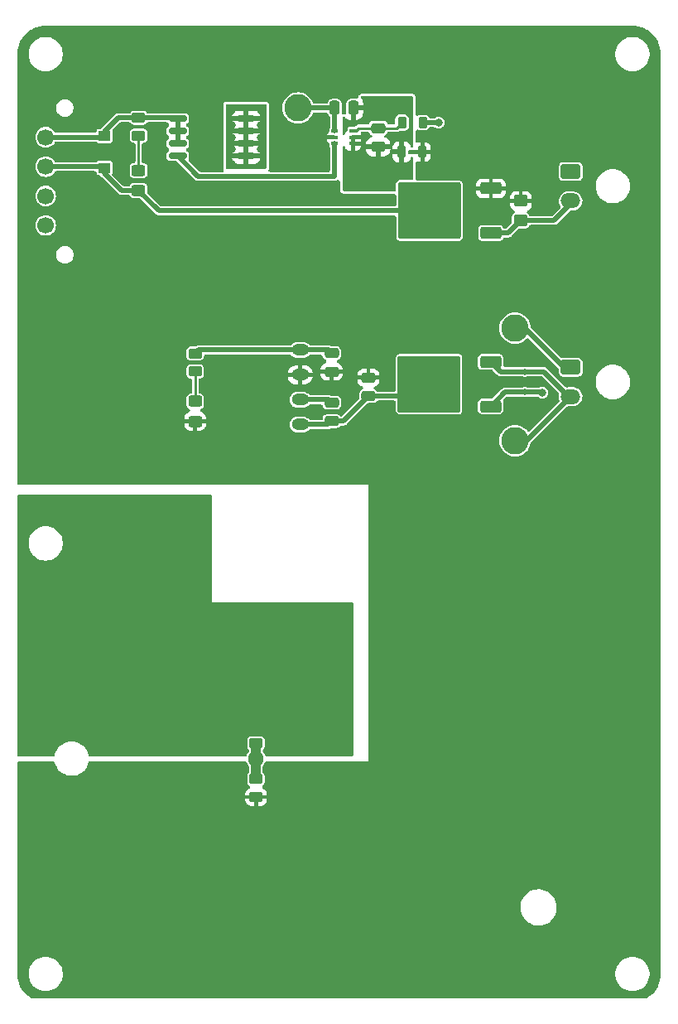
<source format=gbr>
G04 #@! TF.GenerationSoftware,KiCad,Pcbnew,7.0.2*
G04 #@! TF.CreationDate,2023-10-17T16:40:19-05:00*
G04 #@! TF.ProjectId,ContactorDriver,436f6e74-6163-4746-9f72-447269766572,rev?*
G04 #@! TF.SameCoordinates,Original*
G04 #@! TF.FileFunction,Copper,L1,Top*
G04 #@! TF.FilePolarity,Positive*
%FSLAX46Y46*%
G04 Gerber Fmt 4.6, Leading zero omitted, Abs format (unit mm)*
G04 Created by KiCad (PCBNEW 7.0.2) date 2023-10-17 16:40:19*
%MOMM*%
%LPD*%
G01*
G04 APERTURE LIST*
G04 Aperture macros list*
%AMRoundRect*
0 Rectangle with rounded corners*
0 $1 Rounding radius*
0 $2 $3 $4 $5 $6 $7 $8 $9 X,Y pos of 4 corners*
0 Add a 4 corners polygon primitive as box body*
4,1,4,$2,$3,$4,$5,$6,$7,$8,$9,$2,$3,0*
0 Add four circle primitives for the rounded corners*
1,1,$1+$1,$2,$3*
1,1,$1+$1,$4,$5*
1,1,$1+$1,$6,$7*
1,1,$1+$1,$8,$9*
0 Add four rect primitives between the rounded corners*
20,1,$1+$1,$2,$3,$4,$5,0*
20,1,$1+$1,$4,$5,$6,$7,0*
20,1,$1+$1,$6,$7,$8,$9,0*
20,1,$1+$1,$8,$9,$2,$3,0*%
G04 Aperture macros list end*
G04 #@! TA.AperFunction,ComponentPad*
%ADD10C,2.800000*%
G04 #@! TD*
G04 #@! TA.AperFunction,ComponentPad*
%ADD11O,2.020000X1.500000*%
G04 #@! TD*
G04 #@! TA.AperFunction,ComponentPad*
%ADD12RoundRect,0.250001X0.759999X-0.499999X0.759999X0.499999X-0.759999X0.499999X-0.759999X-0.499999X0*%
G04 #@! TD*
G04 #@! TA.AperFunction,SMDPad,CuDef*
%ADD13RoundRect,0.250000X0.450000X-0.325000X0.450000X0.325000X-0.450000X0.325000X-0.450000X-0.325000X0*%
G04 #@! TD*
G04 #@! TA.AperFunction,ComponentPad*
%ADD14RoundRect,0.250001X-0.759999X0.499999X-0.759999X-0.499999X0.759999X-0.499999X0.759999X0.499999X0*%
G04 #@! TD*
G04 #@! TA.AperFunction,SMDPad,CuDef*
%ADD15RoundRect,0.150000X-0.800000X-0.150000X0.800000X-0.150000X0.800000X0.150000X-0.800000X0.150000X0*%
G04 #@! TD*
G04 #@! TA.AperFunction,SMDPad,CuDef*
%ADD16RoundRect,0.250000X-0.450000X0.350000X-0.450000X-0.350000X0.450000X-0.350000X0.450000X0.350000X0*%
G04 #@! TD*
G04 #@! TA.AperFunction,SMDPad,CuDef*
%ADD17RoundRect,0.250000X0.450000X-0.262500X0.450000X0.262500X-0.450000X0.262500X-0.450000X-0.262500X0*%
G04 #@! TD*
G04 #@! TA.AperFunction,SMDPad,CuDef*
%ADD18RoundRect,0.250000X0.850000X0.350000X-0.850000X0.350000X-0.850000X-0.350000X0.850000X-0.350000X0*%
G04 #@! TD*
G04 #@! TA.AperFunction,SMDPad,CuDef*
%ADD19RoundRect,0.250000X1.275000X1.125000X-1.275000X1.125000X-1.275000X-1.125000X1.275000X-1.125000X0*%
G04 #@! TD*
G04 #@! TA.AperFunction,SMDPad,CuDef*
%ADD20RoundRect,0.249997X2.950003X2.650003X-2.950003X2.650003X-2.950003X-2.650003X2.950003X-2.650003X0*%
G04 #@! TD*
G04 #@! TA.AperFunction,ComponentPad*
%ADD21C,4.500880*%
G04 #@! TD*
G04 #@! TA.AperFunction,SMDPad,CuDef*
%ADD22RoundRect,0.250000X-0.475000X0.250000X-0.475000X-0.250000X0.475000X-0.250000X0.475000X0.250000X0*%
G04 #@! TD*
G04 #@! TA.AperFunction,SMDPad,CuDef*
%ADD23RoundRect,0.250000X-0.250000X-0.475000X0.250000X-0.475000X0.250000X0.475000X-0.250000X0.475000X0*%
G04 #@! TD*
G04 #@! TA.AperFunction,ComponentPad*
%ADD24O,1.800000X1.200000*%
G04 #@! TD*
G04 #@! TA.AperFunction,SMDPad,CuDef*
%ADD25RoundRect,0.218750X-0.218750X-0.381250X0.218750X-0.381250X0.218750X0.381250X-0.218750X0.381250X0*%
G04 #@! TD*
G04 #@! TA.AperFunction,SMDPad,CuDef*
%ADD26R,1.193800X1.041400*%
G04 #@! TD*
G04 #@! TA.AperFunction,ComponentPad*
%ADD27C,1.700000*%
G04 #@! TD*
G04 #@! TA.AperFunction,SMDPad,CuDef*
%ADD28RoundRect,0.218750X0.218750X0.381250X-0.218750X0.381250X-0.218750X-0.381250X0.218750X-0.381250X0*%
G04 #@! TD*
G04 #@! TA.AperFunction,SMDPad,CuDef*
%ADD29R,0.650000X0.400000*%
G04 #@! TD*
G04 #@! TA.AperFunction,SMDPad,CuDef*
%ADD30RoundRect,0.250000X0.475000X-0.250000X0.475000X0.250000X-0.475000X0.250000X-0.475000X-0.250000X0*%
G04 #@! TD*
G04 #@! TA.AperFunction,SMDPad,CuDef*
%ADD31RoundRect,0.112500X-0.112500X0.187500X-0.112500X-0.187500X0.112500X-0.187500X0.112500X0.187500X0*%
G04 #@! TD*
G04 #@! TA.AperFunction,ViaPad*
%ADD32C,0.800000*%
G04 #@! TD*
G04 #@! TA.AperFunction,ViaPad*
%ADD33C,1.600000*%
G04 #@! TD*
G04 #@! TA.AperFunction,Conductor*
%ADD34C,0.500000*%
G04 #@! TD*
G04 #@! TA.AperFunction,Conductor*
%ADD35C,1.000000*%
G04 #@! TD*
G04 #@! TA.AperFunction,Conductor*
%ADD36C,0.250000*%
G04 #@! TD*
G04 APERTURE END LIST*
D10*
X192800000Y-76500000D03*
D11*
X173970000Y-141500000D03*
D12*
X173970000Y-144500000D03*
D13*
X182283650Y-108525000D03*
X182283650Y-106475000D03*
X176500000Y-84937500D03*
X176500000Y-82887500D03*
D14*
X220680000Y-83000000D03*
D11*
X220680000Y-86000000D03*
D15*
X180500000Y-77595000D03*
X180500000Y-78865000D03*
X180500000Y-80135000D03*
X180500000Y-81405000D03*
X187500000Y-81405000D03*
X187500000Y-80135000D03*
X187500000Y-78865000D03*
X187500000Y-77595000D03*
D16*
X215590000Y-88000000D03*
X215590000Y-86000000D03*
D17*
X188500000Y-141412500D03*
X188500000Y-139587500D03*
X176500000Y-79325000D03*
X176500000Y-77500000D03*
D18*
X212500000Y-107000000D03*
D19*
X207875000Y-106245000D03*
X207875000Y-103195000D03*
D20*
X206200000Y-104720000D03*
D19*
X204525000Y-106245000D03*
X204525000Y-103195000D03*
D18*
X212500000Y-102440000D03*
D21*
X226000000Y-158000000D03*
D14*
X220680000Y-103000000D03*
D11*
X220680000Y-106000000D03*
D21*
X177000000Y-120500000D03*
D22*
X196247300Y-101550000D03*
X196247300Y-103450000D03*
D23*
X196550000Y-76510000D03*
X198450000Y-76510000D03*
D18*
X212540000Y-89280000D03*
D19*
X207915000Y-88525000D03*
X207915000Y-85475000D03*
D20*
X206240000Y-87000000D03*
D19*
X204565000Y-88525000D03*
X204565000Y-85475000D03*
D18*
X212540000Y-84720000D03*
D24*
X193027300Y-108860000D03*
X193027300Y-106320000D03*
X193027300Y-103780000D03*
X193027300Y-101240000D03*
D25*
X203437500Y-78000000D03*
X205562500Y-78000000D03*
D26*
X173000000Y-79361700D03*
X173000000Y-82638300D03*
D27*
X167000000Y-79500000D03*
X167000000Y-82500000D03*
X167000000Y-85500000D03*
X167000000Y-88500000D03*
D22*
X196247300Y-106600000D03*
X196247300Y-108500000D03*
D28*
X205530000Y-81000000D03*
X203405000Y-81000000D03*
D29*
X198417500Y-80150000D03*
X198417500Y-79500000D03*
X198417500Y-78850000D03*
X196517500Y-78850000D03*
X196517500Y-79500000D03*
X196517500Y-80150000D03*
D10*
X215000000Y-99000000D03*
D30*
X200000000Y-105950000D03*
X200000000Y-104050000D03*
D17*
X188500000Y-146912500D03*
X188500000Y-145087500D03*
D22*
X201000000Y-78560000D03*
X201000000Y-80460000D03*
D10*
X215000000Y-110500000D03*
D31*
X216000000Y-103450000D03*
X216000000Y-105550000D03*
D17*
X182283650Y-103412500D03*
X182283650Y-101587500D03*
D32*
X207167500Y-78000000D03*
X186000000Y-76750000D03*
X186000000Y-80750000D03*
X186000000Y-78250000D03*
X189100000Y-82200000D03*
X186000000Y-82250000D03*
X186000000Y-79500000D03*
X189000000Y-80750000D03*
X189000000Y-79500000D03*
X189000000Y-78250000D03*
X189000000Y-76750000D03*
X177800000Y-114300000D03*
X203200000Y-127000000D03*
X215900000Y-139700000D03*
X215900000Y-165100000D03*
X190500000Y-165100000D03*
X177800000Y-165100000D03*
X165100000Y-114300000D03*
X190500000Y-114300000D03*
X228600000Y-139700000D03*
X203200000Y-139700000D03*
X203200000Y-165100000D03*
X177800000Y-152400000D03*
X203200000Y-152400000D03*
X190500000Y-152400000D03*
X228600000Y-114300000D03*
X215900000Y-127000000D03*
X215900000Y-114300000D03*
X215900000Y-152400000D03*
X228600000Y-127000000D03*
X228600000Y-152400000D03*
X203200000Y-114300000D03*
D33*
X188500000Y-143000000D03*
D32*
X217800000Y-105600000D03*
D34*
X219000000Y-88000000D02*
X215590000Y-88000000D01*
X178562500Y-87000000D02*
X206240000Y-87000000D01*
X176500000Y-84937500D02*
X178562500Y-87000000D01*
X220680000Y-86320000D02*
X220680000Y-86000000D01*
X219000000Y-88000000D02*
X220680000Y-86320000D01*
X212540000Y-89280000D02*
X214310000Y-89280000D01*
X214310000Y-89280000D02*
X215590000Y-88000000D01*
X195940000Y-101240000D02*
X193027300Y-101240000D01*
X196247300Y-101547300D02*
X195940000Y-101240000D01*
X205562500Y-78000000D02*
X207167500Y-78000000D01*
X196247300Y-101550000D02*
X196247300Y-101547300D01*
X182631150Y-101240000D02*
X193027300Y-101240000D01*
X182283650Y-101587500D02*
X182631150Y-101240000D01*
X196247300Y-108500000D02*
X197450000Y-108500000D01*
X200000000Y-105950000D02*
X204230000Y-105950000D01*
X195887300Y-108860000D02*
X196247300Y-108500000D01*
X204230000Y-105950000D02*
X204525000Y-106245000D01*
X197450000Y-108500000D02*
X200000000Y-105950000D01*
X193027300Y-108860000D02*
X195887300Y-108860000D01*
D35*
X188500000Y-145087500D02*
X188500000Y-143000000D01*
D34*
X192760000Y-76510000D02*
X192750000Y-76500000D01*
X196550000Y-76510000D02*
X192760000Y-76510000D01*
X196550000Y-76510000D02*
X196550000Y-78817500D01*
X196550000Y-78817500D02*
X196517500Y-78850000D01*
D35*
X188500000Y-141412500D02*
X188500000Y-143000000D01*
D34*
X180500000Y-81405000D02*
X182595000Y-83500000D01*
X196517500Y-83477500D02*
X196550000Y-83510000D01*
X182595000Y-83500000D02*
X196540000Y-83500000D01*
X196517500Y-81500000D02*
X196517500Y-83477500D01*
X196517500Y-80150000D02*
X196517500Y-81500000D01*
X196540000Y-83500000D02*
X196550000Y-83510000D01*
X220680000Y-106000000D02*
X220525000Y-106000000D01*
X220680000Y-106020000D02*
X216200000Y-110500000D01*
X213510000Y-103450000D02*
X212500000Y-102440000D01*
X216000000Y-103450000D02*
X213510000Y-103450000D01*
X220525000Y-106000000D02*
X217975000Y-103450000D01*
X220680000Y-106000000D02*
X220680000Y-106020000D01*
X216200000Y-110500000D02*
X215000000Y-110500000D01*
X217975000Y-103450000D02*
X216000000Y-103450000D01*
X213950000Y-105550000D02*
X212500000Y-107000000D01*
X216000000Y-99000000D02*
X215000000Y-99000000D01*
X216000000Y-105550000D02*
X217750000Y-105550000D01*
X216000000Y-105550000D02*
X213950000Y-105550000D01*
X195967300Y-106320000D02*
X196247300Y-106600000D01*
X220680000Y-103000000D02*
X220000000Y-103000000D01*
X217750000Y-105550000D02*
X217800000Y-105600000D01*
X193027300Y-106320000D02*
X195967300Y-106320000D01*
X220000000Y-103000000D02*
X216000000Y-99000000D01*
X173000000Y-83200000D02*
X174737500Y-84937500D01*
X173000000Y-82638300D02*
X173000000Y-83200000D01*
X172861700Y-82500000D02*
X173000000Y-82638300D01*
X174737500Y-84937500D02*
X176500000Y-84937500D01*
X167000000Y-82500000D02*
X172861700Y-82500000D01*
D36*
X176500000Y-79325000D02*
X176500000Y-82887500D01*
D34*
X180405000Y-77500000D02*
X180500000Y-77595000D01*
X167000000Y-79500000D02*
X172861700Y-79500000D01*
X172861700Y-79500000D02*
X173000000Y-79361700D01*
X173000000Y-79361700D02*
X173000000Y-78900000D01*
X174400000Y-77500000D02*
X176500000Y-77500000D01*
X176500000Y-77500000D02*
X180405000Y-77500000D01*
X173000000Y-78900000D02*
X174400000Y-77500000D01*
X180500000Y-78865000D02*
X180500000Y-80135000D01*
X180500000Y-77595000D02*
X180500000Y-78865000D01*
D36*
X182283650Y-106475000D02*
X182283650Y-103412500D01*
X198417500Y-78850000D02*
X198717500Y-78850000D01*
X198717500Y-78850000D02*
X199007500Y-78560000D01*
X202877500Y-78560000D02*
X203437500Y-78000000D01*
X199007500Y-78560000D02*
X201000000Y-78560000D01*
X201000000Y-78560000D02*
X202877500Y-78560000D01*
G04 #@! TA.AperFunction,Conductor*
G36*
X183887343Y-116019707D02*
G01*
X183956584Y-116074926D01*
X183995011Y-116154718D01*
X184000000Y-116199000D01*
X184000000Y-127000000D01*
X198301000Y-127000000D01*
X198387343Y-127019707D01*
X198456584Y-127074926D01*
X198495011Y-127154718D01*
X198500000Y-127199000D01*
X198500000Y-142551000D01*
X198480293Y-142637343D01*
X198425074Y-142706584D01*
X198345282Y-142745011D01*
X198301000Y-142750000D01*
X189617272Y-142750000D01*
X189530929Y-142730293D01*
X189461688Y-142675074D01*
X189439061Y-142632019D01*
X189438054Y-142632558D01*
X189335911Y-142441464D01*
X189335910Y-142441462D01*
X189245671Y-142331506D01*
X189206130Y-142252260D01*
X189200500Y-142205261D01*
X189200500Y-142150489D01*
X189220207Y-142064146D01*
X189254370Y-142021307D01*
X189254338Y-142021284D01*
X189272148Y-141997151D01*
X189272150Y-141997150D01*
X189352793Y-141887882D01*
X189397646Y-141759699D01*
X189400500Y-141729266D01*
X189400500Y-141095734D01*
X189397646Y-141065301D01*
X189352793Y-140937118D01*
X189301907Y-140868170D01*
X189272150Y-140827849D01*
X189217516Y-140787528D01*
X189162882Y-140747207D01*
X189034699Y-140702354D01*
X189026472Y-140701582D01*
X189008896Y-140699934D01*
X189008891Y-140699933D01*
X189004266Y-140699500D01*
X187995734Y-140699500D01*
X187991109Y-140699933D01*
X187991103Y-140699934D01*
X187965301Y-140702354D01*
X187837118Y-140747207D01*
X187837116Y-140747208D01*
X187837117Y-140747208D01*
X187727849Y-140827849D01*
X187657770Y-140922804D01*
X187647207Y-140937118D01*
X187602354Y-141065301D01*
X187599500Y-141095734D01*
X187599500Y-141729266D01*
X187602354Y-141759699D01*
X187647207Y-141887882D01*
X187727850Y-141997150D01*
X187727851Y-141997150D01*
X187745662Y-142021284D01*
X187745422Y-142021460D01*
X187776436Y-142057496D01*
X187799361Y-142143041D01*
X187799500Y-142150489D01*
X187799500Y-142205261D01*
X187779793Y-142291604D01*
X187754329Y-142331506D01*
X187664088Y-142441464D01*
X187561946Y-142632558D01*
X187560126Y-142631585D01*
X187529236Y-142685671D01*
X187456296Y-142735902D01*
X187382728Y-142750000D01*
X171555826Y-142750000D01*
X171469483Y-142730293D01*
X171400242Y-142675074D01*
X171365667Y-142609657D01*
X171361233Y-142595282D01*
X171287798Y-142357212D01*
X171173702Y-142120290D01*
X171025570Y-141903020D01*
X170846710Y-141710254D01*
X170641117Y-141546299D01*
X170413384Y-141414817D01*
X170413379Y-141414814D01*
X170168602Y-141318747D01*
X169912228Y-141260231D01*
X169719352Y-141245777D01*
X169719348Y-141245776D01*
X169715654Y-141245500D01*
X169584346Y-141245500D01*
X169580652Y-141245776D01*
X169580647Y-141245777D01*
X169387771Y-141260231D01*
X169131397Y-141318747D01*
X168886620Y-141414814D01*
X168658881Y-141546300D01*
X168453290Y-141710253D01*
X168274429Y-141903021D01*
X168126299Y-142120288D01*
X168012202Y-142357212D01*
X167934333Y-142609657D01*
X167890051Y-142686355D01*
X167816877Y-142736244D01*
X167744174Y-142750000D01*
X164299500Y-142750000D01*
X164213157Y-142730293D01*
X164143916Y-142675074D01*
X164105489Y-142595282D01*
X164100500Y-142551000D01*
X164100500Y-121131484D01*
X165245500Y-121131484D01*
X165284690Y-121391504D01*
X165339952Y-121570658D01*
X165362202Y-121642788D01*
X165476298Y-121879710D01*
X165624430Y-122096980D01*
X165803290Y-122289746D01*
X166008883Y-122453701D01*
X166236616Y-122585183D01*
X166236617Y-122585183D01*
X166236620Y-122585185D01*
X166461693Y-122673519D01*
X166481402Y-122681254D01*
X166737772Y-122739769D01*
X166934346Y-122754500D01*
X166938063Y-122754500D01*
X167061937Y-122754500D01*
X167065654Y-122754500D01*
X167262228Y-122739769D01*
X167518598Y-122681254D01*
X167763384Y-122585183D01*
X167991117Y-122453701D01*
X168196710Y-122289746D01*
X168375570Y-122096980D01*
X168523702Y-121879710D01*
X168637798Y-121642788D01*
X168715308Y-121391508D01*
X168754500Y-121131482D01*
X168754500Y-120868518D01*
X168754500Y-120868515D01*
X168715309Y-120608495D01*
X168709926Y-120591046D01*
X168637798Y-120357212D01*
X168523702Y-120120290D01*
X168375570Y-119903020D01*
X168196710Y-119710254D01*
X167991117Y-119546299D01*
X167763384Y-119414817D01*
X167763379Y-119414814D01*
X167518602Y-119318747D01*
X167262228Y-119260231D01*
X167069352Y-119245777D01*
X167069348Y-119245776D01*
X167065654Y-119245500D01*
X166934346Y-119245500D01*
X166930652Y-119245776D01*
X166930647Y-119245777D01*
X166737771Y-119260231D01*
X166481397Y-119318747D01*
X166236620Y-119414814D01*
X166008881Y-119546300D01*
X165803290Y-119710253D01*
X165624429Y-119903021D01*
X165476299Y-120120288D01*
X165362202Y-120357212D01*
X165284690Y-120608495D01*
X165245500Y-120868515D01*
X165245500Y-121131484D01*
X164100500Y-121131484D01*
X164100500Y-116199000D01*
X164120207Y-116112657D01*
X164175426Y-116043416D01*
X164255218Y-116004989D01*
X164299500Y-116000000D01*
X183801000Y-116000000D01*
X183887343Y-116019707D01*
G37*
G04 #@! TD.AperFunction*
G04 #@! TA.AperFunction,Conductor*
G36*
X227005573Y-68100813D02*
G01*
X227017130Y-68101462D01*
X227313491Y-68118104D01*
X227335651Y-68120601D01*
X227634176Y-68171324D01*
X227655931Y-68176289D01*
X227946908Y-68260117D01*
X227967971Y-68267487D01*
X228247725Y-68383366D01*
X228267823Y-68393045D01*
X228532844Y-68539517D01*
X228551739Y-68551389D01*
X228798696Y-68726614D01*
X228816144Y-68740529D01*
X229041922Y-68942298D01*
X229057701Y-68958077D01*
X229259470Y-69183855D01*
X229273385Y-69201303D01*
X229448610Y-69448260D01*
X229460482Y-69467155D01*
X229606954Y-69732176D01*
X229616637Y-69752282D01*
X229732511Y-70032027D01*
X229739882Y-70053091D01*
X229823710Y-70344068D01*
X229828675Y-70365823D01*
X229879396Y-70664337D01*
X229881895Y-70686514D01*
X229899187Y-70994425D01*
X229899500Y-71005583D01*
X229899500Y-164994415D01*
X229899187Y-165005573D01*
X229881895Y-165313485D01*
X229879396Y-165335662D01*
X229828675Y-165634176D01*
X229823710Y-165655931D01*
X229739882Y-165946908D01*
X229732511Y-165967972D01*
X229616637Y-166247717D01*
X229606954Y-166267823D01*
X229460482Y-166532844D01*
X229448610Y-166551739D01*
X229273385Y-166798696D01*
X229259470Y-166816144D01*
X229057701Y-167041922D01*
X229041922Y-167057701D01*
X228816144Y-167259470D01*
X228798697Y-167273384D01*
X228551734Y-167448614D01*
X228532838Y-167460487D01*
X228506273Y-167475169D01*
X228421171Y-167499687D01*
X228410013Y-167500000D01*
X165589987Y-167500000D01*
X165503644Y-167480293D01*
X165493751Y-167475182D01*
X165467146Y-167460478D01*
X165448265Y-167448614D01*
X165201302Y-167273384D01*
X165183855Y-167259470D01*
X164958077Y-167057701D01*
X164942298Y-167041922D01*
X164740529Y-166816144D01*
X164726614Y-166798696D01*
X164551389Y-166551739D01*
X164539517Y-166532844D01*
X164393045Y-166267823D01*
X164383366Y-166247725D01*
X164267487Y-165967971D01*
X164260117Y-165946908D01*
X164176289Y-165655931D01*
X164171324Y-165634176D01*
X164130092Y-165391508D01*
X164120601Y-165335651D01*
X164118104Y-165313491D01*
X164107884Y-165131484D01*
X165245500Y-165131484D01*
X165284690Y-165391504D01*
X165339952Y-165570658D01*
X165362202Y-165642788D01*
X165476298Y-165879710D01*
X165624430Y-166096980D01*
X165803290Y-166289746D01*
X166008883Y-166453701D01*
X166236616Y-166585183D01*
X166236617Y-166585183D01*
X166236620Y-166585185D01*
X166461693Y-166673519D01*
X166481402Y-166681254D01*
X166737772Y-166739769D01*
X166934346Y-166754500D01*
X166938063Y-166754500D01*
X167061937Y-166754500D01*
X167065654Y-166754500D01*
X167262228Y-166739769D01*
X167518598Y-166681254D01*
X167763384Y-166585183D01*
X167991117Y-166453701D01*
X168196710Y-166289746D01*
X168375570Y-166096980D01*
X168523702Y-165879710D01*
X168637798Y-165642788D01*
X168715308Y-165391508D01*
X168723726Y-165335662D01*
X168754500Y-165131484D01*
X225245499Y-165131484D01*
X225284690Y-165391504D01*
X225339952Y-165570658D01*
X225362202Y-165642788D01*
X225476298Y-165879710D01*
X225624430Y-166096980D01*
X225803290Y-166289746D01*
X226008883Y-166453701D01*
X226236616Y-166585183D01*
X226236617Y-166585183D01*
X226236620Y-166585185D01*
X226461693Y-166673519D01*
X226481402Y-166681254D01*
X226737772Y-166739769D01*
X226934346Y-166754500D01*
X226938063Y-166754500D01*
X227061937Y-166754500D01*
X227065654Y-166754500D01*
X227262228Y-166739769D01*
X227518598Y-166681254D01*
X227763384Y-166585183D01*
X227991117Y-166453701D01*
X228196710Y-166289746D01*
X228375570Y-166096980D01*
X228523702Y-165879710D01*
X228637798Y-165642788D01*
X228715308Y-165391508D01*
X228723726Y-165335662D01*
X228754500Y-165131484D01*
X228754500Y-164868515D01*
X228715309Y-164608495D01*
X228709926Y-164591046D01*
X228637798Y-164357212D01*
X228523702Y-164120290D01*
X228375570Y-163903020D01*
X228196710Y-163710254D01*
X227991117Y-163546299D01*
X227763384Y-163414817D01*
X227763379Y-163414814D01*
X227518602Y-163318747D01*
X227262228Y-163260231D01*
X227069352Y-163245777D01*
X227069348Y-163245776D01*
X227065654Y-163245500D01*
X226934346Y-163245500D01*
X226930652Y-163245776D01*
X226930647Y-163245777D01*
X226737771Y-163260231D01*
X226481397Y-163318747D01*
X226236620Y-163414814D01*
X226008881Y-163546300D01*
X225803290Y-163710253D01*
X225624429Y-163903021D01*
X225476299Y-164120288D01*
X225362202Y-164357212D01*
X225284690Y-164608495D01*
X225245499Y-164868515D01*
X225245499Y-165131484D01*
X168754500Y-165131484D01*
X168754500Y-164868515D01*
X168715309Y-164608495D01*
X168709926Y-164591046D01*
X168637798Y-164357212D01*
X168523702Y-164120290D01*
X168375570Y-163903020D01*
X168196710Y-163710254D01*
X167991117Y-163546299D01*
X167763384Y-163414817D01*
X167763379Y-163414814D01*
X167518602Y-163318747D01*
X167262228Y-163260231D01*
X167069352Y-163245777D01*
X167069348Y-163245776D01*
X167065654Y-163245500D01*
X166934346Y-163245500D01*
X166930652Y-163245776D01*
X166930647Y-163245777D01*
X166737771Y-163260231D01*
X166481397Y-163318747D01*
X166236620Y-163414814D01*
X166008881Y-163546300D01*
X165803290Y-163710253D01*
X165624429Y-163903021D01*
X165476299Y-164120288D01*
X165362202Y-164357212D01*
X165284690Y-164608495D01*
X165245500Y-164868515D01*
X165245500Y-165131484D01*
X164107884Y-165131484D01*
X164100813Y-165005572D01*
X164100500Y-164994415D01*
X164100500Y-158267910D01*
X215541779Y-158267910D01*
X215571470Y-158537746D01*
X215640131Y-158800381D01*
X215746305Y-159050229D01*
X215887715Y-159281940D01*
X216061368Y-159490604D01*
X216263542Y-159671754D01*
X216263544Y-159671755D01*
X216263546Y-159671757D01*
X216489947Y-159821542D01*
X216735743Y-159936767D01*
X216995696Y-160014975D01*
X216995697Y-160014975D01*
X217264265Y-160054500D01*
X217264268Y-160054500D01*
X217464149Y-160054500D01*
X217467781Y-160054500D01*
X217670740Y-160039645D01*
X217935709Y-159980621D01*
X218189261Y-159883646D01*
X218425991Y-159750786D01*
X218640853Y-159584875D01*
X218829269Y-159389447D01*
X218987223Y-159168668D01*
X219111348Y-158927244D01*
X219198998Y-158670320D01*
X219248306Y-158403371D01*
X219258220Y-158132089D01*
X219228530Y-157862253D01*
X219159868Y-157599616D01*
X219053697Y-157349776D01*
X219053695Y-157349773D01*
X219053694Y-157349770D01*
X218912284Y-157118059D01*
X218738631Y-156909395D01*
X218536457Y-156728245D01*
X218536454Y-156728243D01*
X218310053Y-156578458D01*
X218064257Y-156463233D01*
X218064255Y-156463232D01*
X217804302Y-156385024D01*
X217535735Y-156345500D01*
X217535732Y-156345500D01*
X217332219Y-156345500D01*
X217328601Y-156345764D01*
X217328595Y-156345765D01*
X217129260Y-156360354D01*
X216864289Y-156419379D01*
X216610743Y-156516352D01*
X216374004Y-156649217D01*
X216159145Y-156815125D01*
X215970734Y-157010549D01*
X215812777Y-157231332D01*
X215688652Y-157472755D01*
X215601002Y-157729680D01*
X215551693Y-157996632D01*
X215541779Y-158267910D01*
X164100500Y-158267910D01*
X164100500Y-147112500D01*
X187400000Y-147112500D01*
X187400000Y-147236731D01*
X187400307Y-147244557D01*
X187402898Y-147277485D01*
X187448718Y-147435199D01*
X187532317Y-147576557D01*
X187648442Y-147692682D01*
X187789800Y-147776281D01*
X187947514Y-147822101D01*
X187980442Y-147824692D01*
X187988268Y-147825000D01*
X188299999Y-147825000D01*
X188300000Y-147112500D01*
X188700000Y-147112500D01*
X188700000Y-147825000D01*
X189011732Y-147825000D01*
X189019557Y-147824692D01*
X189052485Y-147822101D01*
X189210199Y-147776281D01*
X189351557Y-147692682D01*
X189467682Y-147576557D01*
X189551281Y-147435199D01*
X189597101Y-147277485D01*
X189599692Y-147244557D01*
X189600000Y-147236731D01*
X189600000Y-147112500D01*
X188700000Y-147112500D01*
X188300000Y-147112500D01*
X187400000Y-147112500D01*
X164100500Y-147112500D01*
X164100500Y-143449000D01*
X164120207Y-143362657D01*
X164175426Y-143293416D01*
X164255218Y-143254989D01*
X164299500Y-143250000D01*
X167744174Y-143250000D01*
X167830517Y-143269707D01*
X167899758Y-143324926D01*
X167934333Y-143390343D01*
X167934691Y-143391505D01*
X167934692Y-143391508D01*
X168012202Y-143642788D01*
X168126298Y-143879710D01*
X168274430Y-144096980D01*
X168453290Y-144289746D01*
X168658883Y-144453701D01*
X168886616Y-144585183D01*
X168886617Y-144585183D01*
X168886620Y-144585185D01*
X169111693Y-144673519D01*
X169131402Y-144681254D01*
X169387772Y-144739769D01*
X169584346Y-144754500D01*
X169588063Y-144754500D01*
X169711937Y-144754500D01*
X169715654Y-144754500D01*
X169912228Y-144739769D01*
X170168598Y-144681254D01*
X170413384Y-144585183D01*
X170641117Y-144453701D01*
X170846710Y-144289746D01*
X171025570Y-144096980D01*
X171173702Y-143879710D01*
X171287798Y-143642788D01*
X171365308Y-143391508D01*
X171365308Y-143391505D01*
X171365667Y-143390343D01*
X171409949Y-143313645D01*
X171483123Y-143263756D01*
X171555826Y-143250000D01*
X187382728Y-143250000D01*
X187469071Y-143269707D01*
X187538312Y-143324926D01*
X187560938Y-143367980D01*
X187561946Y-143367442D01*
X187664089Y-143558538D01*
X187754328Y-143668494D01*
X187793870Y-143747740D01*
X187799499Y-143794738D01*
X187799499Y-144349510D01*
X187779792Y-144435853D01*
X187745628Y-144478691D01*
X187745662Y-144478716D01*
X187647207Y-144612117D01*
X187647206Y-144612118D01*
X187647207Y-144612118D01*
X187602354Y-144740301D01*
X187599500Y-144770734D01*
X187599500Y-145404266D01*
X187602354Y-145434699D01*
X187647207Y-145562882D01*
X187711108Y-145649466D01*
X187727848Y-145672148D01*
X187727850Y-145672150D01*
X187796887Y-145723101D01*
X187854655Y-145790228D01*
X187877578Y-145875773D01*
X187861114Y-145962793D01*
X187808524Y-146034051D01*
X187780017Y-146054503D01*
X187648443Y-146132316D01*
X187532317Y-146248442D01*
X187448718Y-146389800D01*
X187402898Y-146547514D01*
X187400307Y-146580442D01*
X187400000Y-146588268D01*
X187400000Y-146712500D01*
X189600000Y-146712500D01*
X189600000Y-146588268D01*
X189599692Y-146580442D01*
X189597101Y-146547514D01*
X189551281Y-146389800D01*
X189467682Y-146248442D01*
X189351556Y-146132316D01*
X189219982Y-146054503D01*
X189155695Y-145993588D01*
X189124205Y-145910813D01*
X189131748Y-145822571D01*
X189176831Y-145746341D01*
X189203103Y-145723108D01*
X189272150Y-145672150D01*
X189352793Y-145562882D01*
X189397646Y-145434699D01*
X189400500Y-145404266D01*
X189400500Y-144770734D01*
X189397646Y-144740301D01*
X189352793Y-144612118D01*
X189272150Y-144502850D01*
X189254338Y-144478715D01*
X189254577Y-144478537D01*
X189223559Y-144442492D01*
X189200639Y-144356946D01*
X189200500Y-144349509D01*
X189200500Y-143794738D01*
X189220207Y-143708395D01*
X189245672Y-143668493D01*
X189335910Y-143558538D01*
X189438054Y-143367442D01*
X189439873Y-143368414D01*
X189470764Y-143314329D01*
X189543704Y-143264098D01*
X189617272Y-143250000D01*
X200000000Y-143250000D01*
X200000000Y-115000000D01*
X164299500Y-115000000D01*
X164213157Y-114980293D01*
X164143916Y-114925074D01*
X164105489Y-114845282D01*
X164100500Y-114801000D01*
X164100500Y-108725000D01*
X181183650Y-108725000D01*
X181183650Y-108911731D01*
X181183957Y-108919557D01*
X181186548Y-108952485D01*
X181232368Y-109110199D01*
X181315967Y-109251557D01*
X181432092Y-109367682D01*
X181573450Y-109451281D01*
X181731164Y-109497101D01*
X181764092Y-109499692D01*
X181771918Y-109500000D01*
X182083650Y-109500000D01*
X182083650Y-108725000D01*
X182483650Y-108725000D01*
X182483650Y-109500000D01*
X182795382Y-109500000D01*
X182803207Y-109499692D01*
X182836135Y-109497101D01*
X182993849Y-109451281D01*
X183135207Y-109367682D01*
X183251332Y-109251557D01*
X183334931Y-109110199D01*
X183380751Y-108952485D01*
X183383342Y-108919557D01*
X183383650Y-108911731D01*
X183383650Y-108860000D01*
X191921735Y-108860000D01*
X191941932Y-109039255D01*
X192001448Y-109209342D01*
X192001512Y-109209524D01*
X192097483Y-109362262D01*
X192225037Y-109489816D01*
X192266948Y-109516150D01*
X192377778Y-109585789D01*
X192548045Y-109645368D01*
X192682346Y-109660500D01*
X192687927Y-109660500D01*
X193366673Y-109660500D01*
X193372254Y-109660500D01*
X193506555Y-109645368D01*
X193676822Y-109585789D01*
X193829562Y-109489816D01*
X193950593Y-109368784D01*
X194025580Y-109321667D01*
X194091306Y-109310500D01*
X195850823Y-109310500D01*
X195873101Y-109311750D01*
X195904335Y-109315270D01*
X195959124Y-109304902D01*
X195966448Y-109303658D01*
X196021587Y-109295348D01*
X196021588Y-109295347D01*
X196030135Y-109294059D01*
X196037770Y-109290023D01*
X196037772Y-109290023D01*
X196087080Y-109263961D01*
X196093688Y-109260625D01*
X196143942Y-109236425D01*
X196143942Y-109236424D01*
X196170971Y-109223409D01*
X196172443Y-109226466D01*
X196202104Y-109209342D01*
X196260763Y-109200500D01*
X196771909Y-109200500D01*
X196776566Y-109200500D01*
X196806999Y-109197646D01*
X196935182Y-109152793D01*
X197044450Y-109072150D01*
X197046381Y-109069534D01*
X197074577Y-109031330D01*
X197141705Y-108973561D01*
X197227251Y-108950639D01*
X197234692Y-108950500D01*
X197413523Y-108950500D01*
X197435801Y-108951750D01*
X197467035Y-108955270D01*
X197521824Y-108944902D01*
X197529148Y-108943658D01*
X197584287Y-108935348D01*
X197584288Y-108935347D01*
X197592835Y-108934059D01*
X197600470Y-108930023D01*
X197600472Y-108930023D01*
X197649780Y-108903961D01*
X197656388Y-108900625D01*
X197706642Y-108876425D01*
X197706643Y-108876423D01*
X197714428Y-108872675D01*
X197720535Y-108866567D01*
X197720538Y-108866566D01*
X197760005Y-108827097D01*
X197765313Y-108821985D01*
X197806194Y-108784055D01*
X197806194Y-108784054D01*
X197816254Y-108774721D01*
X197829016Y-108758086D01*
X199878316Y-106708786D01*
X199953306Y-106661667D01*
X200019031Y-106650500D01*
X200524609Y-106650500D01*
X200529266Y-106650500D01*
X200559699Y-106647646D01*
X200687882Y-106602793D01*
X200797150Y-106522150D01*
X200801673Y-106516022D01*
X200827277Y-106481330D01*
X200894405Y-106423561D01*
X200979951Y-106400639D01*
X200987392Y-106400500D01*
X202600500Y-106400500D01*
X202686843Y-106420207D01*
X202756084Y-106475426D01*
X202794511Y-106555218D01*
X202799500Y-106599500D01*
X202799500Y-107424276D01*
X202799933Y-107428900D01*
X202799934Y-107428908D01*
X202802353Y-107454702D01*
X202847206Y-107582884D01*
X202927848Y-107692151D01*
X203008490Y-107751667D01*
X203037116Y-107772794D01*
X203165298Y-107817647D01*
X203195724Y-107820500D01*
X203195734Y-107820500D01*
X203200383Y-107820500D01*
X209199617Y-107820500D01*
X209204266Y-107820500D01*
X209204276Y-107820500D01*
X209234702Y-107817647D01*
X209362884Y-107772794D01*
X209472151Y-107692151D01*
X209552794Y-107582884D01*
X209597647Y-107454702D01*
X209600500Y-107424276D01*
X209600500Y-107404266D01*
X211199500Y-107404266D01*
X211202354Y-107434699D01*
X211247207Y-107562882D01*
X211287528Y-107617516D01*
X211327849Y-107672150D01*
X211368170Y-107701907D01*
X211437118Y-107752793D01*
X211565301Y-107797646D01*
X211595734Y-107800500D01*
X211600391Y-107800500D01*
X213399609Y-107800500D01*
X213404266Y-107800500D01*
X213434699Y-107797646D01*
X213562882Y-107752793D01*
X213672150Y-107672150D01*
X213752793Y-107562882D01*
X213797646Y-107434699D01*
X213800500Y-107404266D01*
X213800500Y-106595734D01*
X213797646Y-106565301D01*
X213780401Y-106516019D01*
X213770485Y-106428016D01*
X213799735Y-106344422D01*
X213827511Y-106309591D01*
X214078319Y-106058783D01*
X214153306Y-106011667D01*
X214219031Y-106000500D01*
X215666767Y-106000500D01*
X215750865Y-106019143D01*
X215805240Y-106044499D01*
X215850821Y-106050500D01*
X216149178Y-106050499D01*
X216194760Y-106044499D01*
X216249132Y-106019144D01*
X216333233Y-106000500D01*
X217267960Y-106000500D01*
X217354303Y-106020207D01*
X217389103Y-106041622D01*
X217497159Y-106124536D01*
X217643238Y-106185044D01*
X217800000Y-106205682D01*
X217956762Y-106185044D01*
X218102841Y-106124536D01*
X218228282Y-106028282D01*
X218324536Y-105902841D01*
X218385044Y-105756762D01*
X218405682Y-105600000D01*
X218385044Y-105443238D01*
X218324536Y-105297159D01*
X218228282Y-105171718D01*
X218102841Y-105075464D01*
X218102840Y-105075463D01*
X217956763Y-105014956D01*
X217800000Y-104994318D01*
X217643236Y-105014956D01*
X217475701Y-105084352D01*
X217399547Y-105099500D01*
X216333233Y-105099500D01*
X216249134Y-105080856D01*
X216194760Y-105055501D01*
X216194758Y-105055500D01*
X216155648Y-105050351D01*
X216155637Y-105050350D01*
X216149179Y-105049500D01*
X216142657Y-105049500D01*
X215857335Y-105049500D01*
X215857320Y-105049500D01*
X215850822Y-105049501D01*
X215844370Y-105050350D01*
X215844359Y-105050351D01*
X215805241Y-105055500D01*
X215786681Y-105064155D01*
X215750867Y-105080855D01*
X215666767Y-105099500D01*
X213986478Y-105099500D01*
X213964198Y-105098249D01*
X213960996Y-105097888D01*
X213932963Y-105094729D01*
X213878172Y-105105096D01*
X213870841Y-105106342D01*
X213807163Y-105115940D01*
X213750202Y-105146045D01*
X213743563Y-105149396D01*
X213685573Y-105177323D01*
X213640025Y-105222870D01*
X213634670Y-105228028D01*
X213583754Y-105275272D01*
X213570987Y-105291908D01*
X212721683Y-106141214D01*
X212646695Y-106188333D01*
X212580969Y-106199500D01*
X211595734Y-106199500D01*
X211591109Y-106199933D01*
X211591103Y-106199934D01*
X211565301Y-106202354D01*
X211437118Y-106247207D01*
X211437116Y-106247208D01*
X211437117Y-106247208D01*
X211327849Y-106327849D01*
X211269631Y-106406734D01*
X211247207Y-106437118D01*
X211202354Y-106565301D01*
X211199500Y-106595734D01*
X211199500Y-107404266D01*
X209600500Y-107404266D01*
X209600500Y-102844266D01*
X211199500Y-102844266D01*
X211202354Y-102874699D01*
X211247207Y-103002882D01*
X211287528Y-103057516D01*
X211327849Y-103112150D01*
X211352635Y-103130442D01*
X211437118Y-103192793D01*
X211565301Y-103237646D01*
X211595734Y-103240500D01*
X212580968Y-103240500D01*
X212667311Y-103260207D01*
X212721682Y-103298786D01*
X213165653Y-103742756D01*
X213180522Y-103759394D01*
X213200121Y-103783970D01*
X213246213Y-103815395D01*
X213252261Y-103819686D01*
X213293332Y-103849999D01*
X213304072Y-103857925D01*
X213312325Y-103860470D01*
X213312327Y-103860472D01*
X213365643Y-103876917D01*
X213372664Y-103879227D01*
X213425301Y-103897646D01*
X213425303Y-103897646D01*
X213433459Y-103900500D01*
X213442098Y-103900500D01*
X213497830Y-103900500D01*
X213505273Y-103900639D01*
X213574714Y-103903238D01*
X213595514Y-103900500D01*
X215666767Y-103900500D01*
X215750865Y-103919143D01*
X215805240Y-103944499D01*
X215850821Y-103950500D01*
X216149178Y-103950499D01*
X216194760Y-103944499D01*
X216249132Y-103919144D01*
X216333233Y-103900500D01*
X217705968Y-103900500D01*
X217792311Y-103920207D01*
X217846682Y-103958786D01*
X218652477Y-104764581D01*
X219450201Y-105562304D01*
X219497320Y-105637292D01*
X219507236Y-105725299D01*
X219502135Y-105752897D01*
X219475615Y-105855325D01*
X219465823Y-106048392D01*
X219495096Y-106239473D01*
X219539527Y-106359437D01*
X219551035Y-106447250D01*
X219523302Y-106531359D01*
X219493629Y-106569266D01*
X216546745Y-109516150D01*
X216471757Y-109563269D01*
X216383750Y-109573185D01*
X216300157Y-109543934D01*
X216254711Y-109504677D01*
X216135224Y-109364776D01*
X216077260Y-109315270D01*
X215943659Y-109201164D01*
X215728859Y-109069534D01*
X215655759Y-109039255D01*
X215496112Y-108973127D01*
X215251149Y-108914317D01*
X215000000Y-108894551D01*
X214748850Y-108914317D01*
X214503887Y-108973127D01*
X214271142Y-109069533D01*
X214056341Y-109201164D01*
X213864776Y-109364776D01*
X213701164Y-109556341D01*
X213569533Y-109771142D01*
X213473127Y-110003887D01*
X213473127Y-110003889D01*
X213414317Y-110248852D01*
X213394551Y-110500000D01*
X213414317Y-110751148D01*
X213473127Y-110996111D01*
X213569534Y-111228859D01*
X213701164Y-111443659D01*
X213864776Y-111635224D01*
X214056341Y-111798836D01*
X214271141Y-111930466D01*
X214503889Y-112026873D01*
X214748852Y-112085683D01*
X215000000Y-112105449D01*
X215251148Y-112085683D01*
X215496111Y-112026873D01*
X215728859Y-111930466D01*
X215943659Y-111798836D01*
X216135224Y-111635224D01*
X216298836Y-111443659D01*
X216430466Y-111228859D01*
X216526873Y-110996111D01*
X216572494Y-110806078D01*
X216611812Y-110726723D01*
X216625272Y-110711830D01*
X220328317Y-107008785D01*
X220403305Y-106961667D01*
X220469031Y-106950500D01*
X220983155Y-106950500D01*
X220988206Y-106950500D01*
X221132321Y-106935845D01*
X221316768Y-106877974D01*
X221485791Y-106784159D01*
X221632468Y-106658240D01*
X221750796Y-106505373D01*
X221835930Y-106331816D01*
X221884385Y-106144674D01*
X221894176Y-105951610D01*
X221893501Y-105947207D01*
X221864903Y-105760526D01*
X221863509Y-105756762D01*
X221797764Y-105579247D01*
X221695509Y-105415193D01*
X221682960Y-105401991D01*
X221562323Y-105275080D01*
X221403660Y-105164648D01*
X221360310Y-105146045D01*
X221226012Y-105088413D01*
X221036656Y-105049500D01*
X220371794Y-105049500D01*
X220366771Y-105050010D01*
X220366766Y-105050011D01*
X220320408Y-105054725D01*
X220232515Y-105043854D01*
X220159563Y-104997460D01*
X219793587Y-104631484D01*
X223245500Y-104631484D01*
X223284690Y-104891504D01*
X223298873Y-104937482D01*
X223362202Y-105142788D01*
X223476298Y-105379710D01*
X223624430Y-105596980D01*
X223803290Y-105789746D01*
X224008883Y-105953701D01*
X224236616Y-106085183D01*
X224236617Y-106085183D01*
X224236620Y-106085185D01*
X224378186Y-106140745D01*
X224481402Y-106181254D01*
X224737772Y-106239769D01*
X224934346Y-106254500D01*
X224938063Y-106254500D01*
X225061937Y-106254500D01*
X225065654Y-106254500D01*
X225262228Y-106239769D01*
X225518598Y-106181254D01*
X225763384Y-106085183D01*
X225991117Y-105953701D01*
X226196710Y-105789746D01*
X226375570Y-105596980D01*
X226523702Y-105379710D01*
X226637798Y-105142788D01*
X226715308Y-104891508D01*
X226726436Y-104817682D01*
X226754500Y-104631484D01*
X226754500Y-104368515D01*
X226715309Y-104108495D01*
X226669565Y-103960199D01*
X226637798Y-103857212D01*
X226523702Y-103620290D01*
X226375570Y-103403020D01*
X226196710Y-103210254D01*
X226182244Y-103198718D01*
X226078554Y-103116028D01*
X225991117Y-103046299D01*
X225763384Y-102914817D01*
X225763379Y-102914814D01*
X225518602Y-102818747D01*
X225429640Y-102798442D01*
X225262228Y-102760231D01*
X225262228Y-102760230D01*
X225069352Y-102745777D01*
X225069348Y-102745776D01*
X225065654Y-102745500D01*
X224934346Y-102745500D01*
X224930652Y-102745776D01*
X224930647Y-102745777D01*
X224737771Y-102760231D01*
X224481397Y-102818747D01*
X224236620Y-102914814D01*
X224008881Y-103046300D01*
X223803290Y-103210253D01*
X223624429Y-103403021D01*
X223476299Y-103620288D01*
X223362202Y-103857212D01*
X223284690Y-104108495D01*
X223245500Y-104368515D01*
X223245500Y-104631484D01*
X219793587Y-104631484D01*
X218319347Y-103157244D01*
X218304475Y-103140603D01*
X218296372Y-103130442D01*
X218284879Y-103116030D01*
X218284878Y-103116029D01*
X218284877Y-103116028D01*
X218238794Y-103084609D01*
X218232750Y-103080321D01*
X218187882Y-103047207D01*
X218187881Y-103047206D01*
X218180927Y-103042074D01*
X218119379Y-103023089D01*
X218112313Y-103020764D01*
X218098546Y-103015947D01*
X218059699Y-103002354D01*
X218059697Y-103002353D01*
X218051541Y-102999500D01*
X218042902Y-102999500D01*
X217987152Y-102999500D01*
X217979712Y-102999361D01*
X217961861Y-102998693D01*
X217923990Y-102997276D01*
X217923989Y-102997276D01*
X217910278Y-102996763D01*
X217889492Y-102999500D01*
X216333233Y-102999500D01*
X216249134Y-102980856D01*
X216194760Y-102955501D01*
X216194758Y-102955500D01*
X216155648Y-102950351D01*
X216155637Y-102950350D01*
X216149179Y-102949500D01*
X216142657Y-102949500D01*
X215857335Y-102949500D01*
X215857320Y-102949500D01*
X215850822Y-102949501D01*
X215844370Y-102950350D01*
X215844359Y-102950351D01*
X215805241Y-102955500D01*
X215772154Y-102970929D01*
X215750867Y-102980855D01*
X215666767Y-102999500D01*
X213999500Y-102999500D01*
X213913157Y-102979793D01*
X213843916Y-102924574D01*
X213805489Y-102844782D01*
X213800500Y-102800500D01*
X213800500Y-102040391D01*
X213800500Y-102040390D01*
X213800500Y-102035734D01*
X213797646Y-102005301D01*
X213752793Y-101877118D01*
X213698208Y-101803157D01*
X213672150Y-101767849D01*
X213617516Y-101727528D01*
X213562882Y-101687207D01*
X213434699Y-101642354D01*
X213426472Y-101641582D01*
X213408896Y-101639934D01*
X213408891Y-101639933D01*
X213404266Y-101639500D01*
X211595734Y-101639500D01*
X211591109Y-101639933D01*
X211591103Y-101639934D01*
X211565301Y-101642354D01*
X211437118Y-101687207D01*
X211437116Y-101687208D01*
X211437117Y-101687208D01*
X211327849Y-101767849D01*
X211270750Y-101845218D01*
X211247207Y-101877118D01*
X211216180Y-101965789D01*
X211202354Y-102005301D01*
X211200083Y-102029521D01*
X211199500Y-102035734D01*
X211199500Y-102844266D01*
X209600500Y-102844266D01*
X209600500Y-102015724D01*
X209597647Y-101985298D01*
X209552794Y-101857116D01*
X209531667Y-101828490D01*
X209472151Y-101747848D01*
X209362884Y-101667206D01*
X209234702Y-101622353D01*
X209208908Y-101619934D01*
X209208900Y-101619933D01*
X209204276Y-101619500D01*
X203195724Y-101619500D01*
X203191100Y-101619933D01*
X203191091Y-101619934D01*
X203165297Y-101622353D01*
X203037115Y-101667206D01*
X202927848Y-101747848D01*
X202847206Y-101857115D01*
X202809180Y-101965789D01*
X202802353Y-101985298D01*
X202799500Y-102015724D01*
X202799500Y-102020382D01*
X202799500Y-105300500D01*
X202779793Y-105386843D01*
X202724574Y-105456084D01*
X202644782Y-105494511D01*
X202600500Y-105499500D01*
X200987392Y-105499500D01*
X200901049Y-105479793D01*
X200831808Y-105424574D01*
X200827277Y-105418670D01*
X200797151Y-105377850D01*
X200750751Y-105343606D01*
X200687882Y-105297207D01*
X200678176Y-105293811D01*
X200603192Y-105246694D01*
X200556073Y-105171705D01*
X200546157Y-105083699D01*
X200575408Y-105000106D01*
X200638032Y-104937482D01*
X200688389Y-104914881D01*
X200735198Y-104901282D01*
X200876557Y-104817682D01*
X200992682Y-104701557D01*
X201076281Y-104560199D01*
X201122101Y-104402485D01*
X201124692Y-104369557D01*
X201125000Y-104361731D01*
X201125000Y-104250000D01*
X198875000Y-104250000D01*
X198875000Y-104361731D01*
X198875307Y-104369557D01*
X198877898Y-104402485D01*
X198923718Y-104560199D01*
X199007317Y-104701557D01*
X199123442Y-104817682D01*
X199264801Y-104901281D01*
X199311611Y-104914881D01*
X199389028Y-104957894D01*
X199440115Y-105030238D01*
X199454754Y-105117583D01*
X199430047Y-105202630D01*
X199370885Y-105268534D01*
X199321820Y-105293812D01*
X199312119Y-105297206D01*
X199202849Y-105377849D01*
X199145111Y-105456084D01*
X199122207Y-105487118D01*
X199083765Y-105596980D01*
X199077354Y-105615301D01*
X199075292Y-105637292D01*
X199074500Y-105645734D01*
X199074500Y-105650369D01*
X199074499Y-105650391D01*
X199074500Y-106155968D01*
X199054793Y-106242311D01*
X199016214Y-106296682D01*
X197352593Y-107960303D01*
X197277605Y-108007422D01*
X197189598Y-108017338D01*
X197106005Y-107988087D01*
X197051764Y-107937760D01*
X197044449Y-107927849D01*
X197021766Y-107911108D01*
X196935182Y-107847207D01*
X196806999Y-107802354D01*
X196798772Y-107801582D01*
X196781196Y-107799934D01*
X196781191Y-107799933D01*
X196776566Y-107799500D01*
X195718034Y-107799500D01*
X195713409Y-107799933D01*
X195713403Y-107799934D01*
X195687600Y-107802354D01*
X195687601Y-107802354D01*
X195559418Y-107847207D01*
X195559416Y-107847208D01*
X195559417Y-107847208D01*
X195450149Y-107927849D01*
X195384105Y-108017338D01*
X195369507Y-108037118D01*
X195324654Y-108165301D01*
X195321800Y-108195734D01*
X195321800Y-108200391D01*
X195321800Y-108210500D01*
X195302093Y-108296843D01*
X195246874Y-108366084D01*
X195167082Y-108404511D01*
X195122800Y-108409500D01*
X194091306Y-108409500D01*
X194004963Y-108389793D01*
X193950594Y-108351216D01*
X193829562Y-108230184D01*
X193767365Y-108191103D01*
X193676824Y-108134212D01*
X193676823Y-108134211D01*
X193676822Y-108134211D01*
X193506555Y-108074632D01*
X193484409Y-108072136D01*
X193377797Y-108060124D01*
X193377787Y-108060123D01*
X193372254Y-108059500D01*
X192682346Y-108059500D01*
X192676813Y-108060123D01*
X192676802Y-108060124D01*
X192548045Y-108074632D01*
X192377775Y-108134212D01*
X192225037Y-108230183D01*
X192097483Y-108357737D01*
X192001512Y-108510475D01*
X191941932Y-108680745D01*
X191931344Y-108774721D01*
X191921735Y-108860000D01*
X183383650Y-108860000D01*
X183383650Y-108725000D01*
X182483650Y-108725000D01*
X182083650Y-108725000D01*
X181183650Y-108725000D01*
X164100500Y-108725000D01*
X164100500Y-108325000D01*
X181183650Y-108325000D01*
X183383650Y-108325000D01*
X183383650Y-108138268D01*
X183383342Y-108130442D01*
X183380751Y-108097514D01*
X183334931Y-107939800D01*
X183251332Y-107798442D01*
X183135207Y-107682317D01*
X182993846Y-107598716D01*
X182947036Y-107585117D01*
X182869620Y-107542103D01*
X182818533Y-107469760D01*
X182803895Y-107382415D01*
X182828603Y-107297368D01*
X182887765Y-107231464D01*
X182936828Y-107206188D01*
X182946532Y-107202793D01*
X183055800Y-107122150D01*
X183136443Y-107012882D01*
X183181296Y-106884699D01*
X183184150Y-106854266D01*
X183184150Y-106320000D01*
X191921735Y-106320000D01*
X191941932Y-106499255D01*
X192001511Y-106669522D01*
X192001512Y-106669524D01*
X192097483Y-106822262D01*
X192225037Y-106949816D01*
X192318888Y-107008786D01*
X192377778Y-107045789D01*
X192548045Y-107105368D01*
X192682346Y-107120500D01*
X192687927Y-107120500D01*
X193366673Y-107120500D01*
X193372254Y-107120500D01*
X193506555Y-107105368D01*
X193676822Y-107045789D01*
X193829562Y-106949816D01*
X193950593Y-106828784D01*
X194025580Y-106781667D01*
X194091306Y-106770500D01*
X195128044Y-106770500D01*
X195214387Y-106790207D01*
X195283628Y-106845426D01*
X195315723Y-106912070D01*
X195316626Y-106911755D01*
X195319428Y-106919764D01*
X195322055Y-106925218D01*
X195322662Y-106929005D01*
X195324653Y-106934697D01*
X195324654Y-106934699D01*
X195369507Y-107062882D01*
X195400862Y-107105367D01*
X195450149Y-107172150D01*
X195490470Y-107201907D01*
X195559418Y-107252793D01*
X195687601Y-107297646D01*
X195718034Y-107300500D01*
X195722691Y-107300500D01*
X196771909Y-107300500D01*
X196776566Y-107300500D01*
X196806999Y-107297646D01*
X196935182Y-107252793D01*
X197044450Y-107172150D01*
X197125093Y-107062882D01*
X197169946Y-106934699D01*
X197172800Y-106904266D01*
X197172800Y-106295734D01*
X197169946Y-106265301D01*
X197125093Y-106137118D01*
X197067281Y-106058785D01*
X197044450Y-106027849D01*
X196966709Y-105970475D01*
X196935182Y-105947207D01*
X196806999Y-105902354D01*
X196798772Y-105901582D01*
X196781196Y-105899934D01*
X196781191Y-105899933D01*
X196776566Y-105899500D01*
X196771909Y-105899500D01*
X196163390Y-105899500D01*
X196097666Y-105888333D01*
X196043843Y-105869500D01*
X196035202Y-105869500D01*
X195979452Y-105869500D01*
X195972012Y-105869361D01*
X195954161Y-105868693D01*
X195916290Y-105867276D01*
X195916289Y-105867276D01*
X195902578Y-105866763D01*
X195881792Y-105869500D01*
X194091306Y-105869500D01*
X194004963Y-105849793D01*
X193950594Y-105811216D01*
X193829562Y-105690184D01*
X193760369Y-105646707D01*
X193676824Y-105594212D01*
X193676823Y-105594211D01*
X193676822Y-105594211D01*
X193506555Y-105534632D01*
X193484409Y-105532136D01*
X193377797Y-105520124D01*
X193377787Y-105520123D01*
X193372254Y-105519500D01*
X192682346Y-105519500D01*
X192676813Y-105520123D01*
X192676802Y-105520124D01*
X192548045Y-105534632D01*
X192377775Y-105594212D01*
X192225037Y-105690183D01*
X192097483Y-105817737D01*
X192001512Y-105970475D01*
X191941932Y-106140745D01*
X191934616Y-106205681D01*
X191921735Y-106320000D01*
X183184150Y-106320000D01*
X183184150Y-106095734D01*
X183181296Y-106065301D01*
X183136443Y-105937118D01*
X183076078Y-105855326D01*
X183055800Y-105827849D01*
X183001166Y-105787528D01*
X182946532Y-105747207D01*
X182818349Y-105702354D01*
X182789567Y-105699654D01*
X182705442Y-105671971D01*
X182641659Y-105610528D01*
X182610852Y-105527496D01*
X182609150Y-105501524D01*
X182609150Y-104323475D01*
X182628857Y-104237132D01*
X182684076Y-104167891D01*
X182763868Y-104129464D01*
X182789559Y-104125345D01*
X182818349Y-104122646D01*
X182946532Y-104077793D01*
X183055800Y-103997150D01*
X183136443Y-103887882D01*
X183181296Y-103759699D01*
X183184150Y-103729266D01*
X183184150Y-103580000D01*
X191746107Y-103580000D01*
X192652216Y-103580000D01*
X192618062Y-103647031D01*
X192597002Y-103780000D01*
X192618062Y-103912969D01*
X192652216Y-103980000D01*
X191746273Y-103980000D01*
X191754230Y-104031944D01*
X191824864Y-104222665D01*
X191932444Y-104395259D01*
X192072568Y-104542670D01*
X192239495Y-104658855D01*
X192426397Y-104739061D01*
X192625608Y-104780000D01*
X192827300Y-104780000D01*
X192827299Y-104155083D01*
X192894331Y-104189238D01*
X192993849Y-104205000D01*
X193060751Y-104205000D01*
X193160269Y-104189238D01*
X193227299Y-104155083D01*
X193227300Y-104780000D01*
X193372961Y-104780000D01*
X193383036Y-104779489D01*
X193529636Y-104764581D01*
X193723688Y-104703697D01*
X193901515Y-104604994D01*
X194055828Y-104472521D01*
X194180322Y-104311688D01*
X194269888Y-104129095D01*
X194308492Y-103980000D01*
X193402384Y-103980000D01*
X193436538Y-103912969D01*
X193457598Y-103780000D01*
X193437008Y-103650000D01*
X195122300Y-103650000D01*
X195122300Y-103761731D01*
X195122607Y-103769557D01*
X195125198Y-103802485D01*
X195171018Y-103960199D01*
X195254617Y-104101557D01*
X195370742Y-104217682D01*
X195512100Y-104301281D01*
X195669814Y-104347101D01*
X195702742Y-104349692D01*
X195710568Y-104350000D01*
X196047299Y-104350000D01*
X196047299Y-104349999D01*
X196447299Y-104349999D01*
X196447300Y-104350000D01*
X196784032Y-104350000D01*
X196791857Y-104349692D01*
X196824785Y-104347101D01*
X196982499Y-104301281D01*
X197123857Y-104217682D01*
X197239982Y-104101557D01*
X197323581Y-103960199D01*
X197355597Y-103850000D01*
X198875000Y-103850000D01*
X199800000Y-103850000D01*
X199800000Y-103849999D01*
X200199999Y-103849999D01*
X200200000Y-103850000D01*
X201125000Y-103850000D01*
X201125000Y-103738268D01*
X201124692Y-103730442D01*
X201122101Y-103697514D01*
X201076281Y-103539800D01*
X200992682Y-103398442D01*
X200876557Y-103282317D01*
X200735199Y-103198718D01*
X200577485Y-103152898D01*
X200544557Y-103150307D01*
X200536732Y-103150000D01*
X200200000Y-103150000D01*
X200199999Y-103849999D01*
X199800000Y-103849999D01*
X199800000Y-103150000D01*
X199463268Y-103150000D01*
X199455442Y-103150307D01*
X199422514Y-103152898D01*
X199264800Y-103198718D01*
X199123442Y-103282317D01*
X199007317Y-103398442D01*
X198923718Y-103539800D01*
X198877898Y-103697514D01*
X198875307Y-103730442D01*
X198875000Y-103738268D01*
X198875000Y-103850000D01*
X197355597Y-103850000D01*
X197369401Y-103802485D01*
X197371992Y-103769557D01*
X197372300Y-103761731D01*
X197372300Y-103650000D01*
X196447300Y-103650000D01*
X196447299Y-104349999D01*
X196047299Y-104349999D01*
X196047300Y-103650000D01*
X195122300Y-103650000D01*
X193437008Y-103650000D01*
X193436538Y-103647031D01*
X193402384Y-103580000D01*
X194308326Y-103580000D01*
X194308326Y-103579999D01*
X194300369Y-103528055D01*
X194229735Y-103337334D01*
X194122155Y-103164740D01*
X193982031Y-103017329D01*
X193815104Y-102901144D01*
X193628202Y-102820938D01*
X193428992Y-102780000D01*
X193227300Y-102780000D01*
X193227299Y-103404916D01*
X193160269Y-103370762D01*
X193060751Y-103355000D01*
X192993849Y-103355000D01*
X192894331Y-103370762D01*
X192827299Y-103404916D01*
X192827300Y-102780000D01*
X192681639Y-102780000D01*
X192671563Y-102780510D01*
X192524963Y-102795418D01*
X192330911Y-102856302D01*
X192153084Y-102955005D01*
X191998771Y-103087478D01*
X191874277Y-103248311D01*
X191784711Y-103430904D01*
X191746107Y-103580000D01*
X183184150Y-103580000D01*
X183184150Y-103095734D01*
X183181296Y-103065301D01*
X183136443Y-102937118D01*
X183085557Y-102868170D01*
X183055800Y-102827849D01*
X182990965Y-102780000D01*
X182946532Y-102747207D01*
X182818349Y-102702354D01*
X182810122Y-102701582D01*
X182792546Y-102699934D01*
X182792541Y-102699933D01*
X182787916Y-102699500D01*
X181779384Y-102699500D01*
X181774759Y-102699933D01*
X181774753Y-102699934D01*
X181748950Y-102702354D01*
X181748951Y-102702354D01*
X181620768Y-102747207D01*
X181620766Y-102747208D01*
X181620767Y-102747208D01*
X181511499Y-102827849D01*
X181447318Y-102914814D01*
X181430857Y-102937118D01*
X181386004Y-103065301D01*
X181383150Y-103095734D01*
X181383150Y-103729266D01*
X181386004Y-103759699D01*
X181430857Y-103887882D01*
X181453930Y-103919145D01*
X181511499Y-103997150D01*
X181551820Y-104026907D01*
X181620768Y-104077793D01*
X181748951Y-104122646D01*
X181777732Y-104125345D01*
X181861855Y-104153026D01*
X181925639Y-104214468D01*
X181956447Y-104297500D01*
X181958150Y-104323475D01*
X181958150Y-105501524D01*
X181938443Y-105587867D01*
X181883224Y-105657108D01*
X181803432Y-105695535D01*
X181777733Y-105699654D01*
X181748951Y-105702354D01*
X181620768Y-105747207D01*
X181620766Y-105747208D01*
X181620767Y-105747208D01*
X181511499Y-105827849D01*
X181456155Y-105902840D01*
X181430857Y-105937118D01*
X181386004Y-106065301D01*
X181383150Y-106095734D01*
X181383150Y-106854266D01*
X181386004Y-106884699D01*
X181430857Y-107012882D01*
X181471178Y-107067516D01*
X181511499Y-107122150D01*
X181575400Y-107169310D01*
X181620768Y-107202793D01*
X181630471Y-107206188D01*
X181705455Y-107253303D01*
X181752575Y-107328291D01*
X181762492Y-107416297D01*
X181733243Y-107499891D01*
X181670620Y-107562516D01*
X181620264Y-107585117D01*
X181573452Y-107598717D01*
X181432092Y-107682317D01*
X181315967Y-107798442D01*
X181232368Y-107939800D01*
X181186548Y-108097514D01*
X181183957Y-108130442D01*
X181183650Y-108138268D01*
X181183650Y-108325000D01*
X164100500Y-108325000D01*
X164100500Y-101904266D01*
X181383150Y-101904266D01*
X181386004Y-101934699D01*
X181430857Y-102062882D01*
X181456189Y-102097206D01*
X181511499Y-102172150D01*
X181551820Y-102201907D01*
X181620768Y-102252793D01*
X181748951Y-102297646D01*
X181779384Y-102300500D01*
X181784041Y-102300500D01*
X182783259Y-102300500D01*
X182787916Y-102300500D01*
X182818349Y-102297646D01*
X182946532Y-102252793D01*
X183055800Y-102172150D01*
X183136443Y-102062882D01*
X183181296Y-101934699D01*
X183184150Y-101904266D01*
X183184150Y-101889499D01*
X183203857Y-101803157D01*
X183259076Y-101733916D01*
X183338868Y-101695489D01*
X183383150Y-101690500D01*
X191963294Y-101690500D01*
X192049637Y-101710207D01*
X192104005Y-101748783D01*
X192225038Y-101869816D01*
X192377778Y-101965789D01*
X192548045Y-102025368D01*
X192682346Y-102040500D01*
X192687927Y-102040500D01*
X193366673Y-102040500D01*
X193372254Y-102040500D01*
X193506555Y-102025368D01*
X193676822Y-101965789D01*
X193829562Y-101869816D01*
X193950593Y-101748784D01*
X194025580Y-101701667D01*
X194091306Y-101690500D01*
X195125231Y-101690500D01*
X195211574Y-101710207D01*
X195280815Y-101765426D01*
X195319242Y-101845218D01*
X195323361Y-101870914D01*
X195324654Y-101884699D01*
X195369507Y-102012882D01*
X195409828Y-102067515D01*
X195450149Y-102122150D01*
X195514050Y-102169310D01*
X195559418Y-102202793D01*
X195569121Y-102206188D01*
X195644105Y-102253303D01*
X195691225Y-102328291D01*
X195701142Y-102416297D01*
X195671893Y-102499891D01*
X195609270Y-102562516D01*
X195558914Y-102585117D01*
X195512102Y-102598717D01*
X195370742Y-102682317D01*
X195254617Y-102798442D01*
X195171018Y-102939800D01*
X195125198Y-103097514D01*
X195122607Y-103130442D01*
X195122300Y-103138268D01*
X195122300Y-103250000D01*
X197372300Y-103250000D01*
X197372300Y-103138268D01*
X197371992Y-103130442D01*
X197369401Y-103097514D01*
X197323581Y-102939800D01*
X197239982Y-102798442D01*
X197123857Y-102682317D01*
X196982496Y-102598716D01*
X196935686Y-102585117D01*
X196858270Y-102542103D01*
X196807183Y-102469760D01*
X196792545Y-102382415D01*
X196817253Y-102297368D01*
X196876415Y-102231464D01*
X196925478Y-102206188D01*
X196935182Y-102202793D01*
X197044450Y-102122150D01*
X197125093Y-102012882D01*
X197169946Y-101884699D01*
X197172800Y-101854266D01*
X197172800Y-101245734D01*
X197169946Y-101215301D01*
X197125093Y-101087118D01*
X197062900Y-101002849D01*
X197044450Y-100977849D01*
X196969057Y-100922208D01*
X196935182Y-100897207D01*
X196806999Y-100852354D01*
X196798772Y-100851582D01*
X196781196Y-100849934D01*
X196781191Y-100849933D01*
X196776566Y-100849500D01*
X196771909Y-100849500D01*
X196228349Y-100849500D01*
X196167204Y-100835544D01*
X196166333Y-100838369D01*
X196137673Y-100829528D01*
X196101484Y-100818365D01*
X196084379Y-100813089D01*
X196077313Y-100810764D01*
X196059845Y-100804652D01*
X196024699Y-100792354D01*
X196024697Y-100792353D01*
X196016541Y-100789500D01*
X196007902Y-100789500D01*
X195952152Y-100789500D01*
X195944712Y-100789361D01*
X195914993Y-100788249D01*
X195888990Y-100787276D01*
X195888989Y-100787276D01*
X195875278Y-100786763D01*
X195854492Y-100789500D01*
X194091306Y-100789500D01*
X194004963Y-100769793D01*
X193950594Y-100731216D01*
X193829562Y-100610184D01*
X193790569Y-100585683D01*
X193676824Y-100514212D01*
X193676823Y-100514211D01*
X193676822Y-100514211D01*
X193506555Y-100454632D01*
X193484409Y-100452136D01*
X193377797Y-100440124D01*
X193377787Y-100440123D01*
X193372254Y-100439500D01*
X192682346Y-100439500D01*
X192676813Y-100440123D01*
X192676802Y-100440124D01*
X192548045Y-100454632D01*
X192377775Y-100514212D01*
X192225040Y-100610182D01*
X192225038Y-100610183D01*
X192225038Y-100610184D01*
X192104006Y-100731215D01*
X192029020Y-100778333D01*
X191963294Y-100789500D01*
X182667628Y-100789500D01*
X182645348Y-100788249D01*
X182614112Y-100784729D01*
X182559317Y-100795097D01*
X182551985Y-100796343D01*
X182488313Y-100805940D01*
X182431372Y-100836035D01*
X182424736Y-100839385D01*
X182392750Y-100854790D01*
X182306408Y-100874500D01*
X181779384Y-100874500D01*
X181774759Y-100874933D01*
X181774753Y-100874934D01*
X181748951Y-100877354D01*
X181620768Y-100922207D01*
X181620766Y-100922208D01*
X181620767Y-100922208D01*
X181511499Y-101002849D01*
X181449308Y-101087117D01*
X181430857Y-101112118D01*
X181386004Y-101240301D01*
X181383150Y-101270734D01*
X181383150Y-101904266D01*
X164100500Y-101904266D01*
X164100500Y-99000000D01*
X213394551Y-99000000D01*
X213414317Y-99251148D01*
X213473127Y-99496111D01*
X213569534Y-99728859D01*
X213701164Y-99943659D01*
X213864776Y-100135224D01*
X214056341Y-100298836D01*
X214271141Y-100430466D01*
X214503889Y-100526873D01*
X214748852Y-100585683D01*
X215000000Y-100605449D01*
X215251148Y-100585683D01*
X215496111Y-100526873D01*
X215728859Y-100430466D01*
X215943659Y-100298836D01*
X216135224Y-100135224D01*
X216162582Y-100103190D01*
X216233640Y-100050336D01*
X216320597Y-100033546D01*
X216406228Y-100056147D01*
X216454615Y-100091719D01*
X219411214Y-103048317D01*
X219458333Y-103123305D01*
X219469500Y-103189030D01*
X219469500Y-103549601D01*
X219469500Y-103549622D01*
X219469501Y-103554264D01*
X219469935Y-103558895D01*
X219469936Y-103558908D01*
X219472354Y-103584698D01*
X219517206Y-103712881D01*
X219597849Y-103822150D01*
X219707117Y-103902793D01*
X219753847Y-103919144D01*
X219835302Y-103947646D01*
X219865735Y-103950500D01*
X221494264Y-103950499D01*
X221524698Y-103947646D01*
X221652882Y-103902793D01*
X221762150Y-103822150D01*
X221842793Y-103712882D01*
X221887646Y-103584698D01*
X221890500Y-103554265D01*
X221890499Y-102445736D01*
X221887646Y-102415302D01*
X221842793Y-102287118D01*
X221801719Y-102231464D01*
X221762150Y-102177849D01*
X221652882Y-102097206D01*
X221524699Y-102052354D01*
X221498895Y-102049934D01*
X221498890Y-102049933D01*
X221494265Y-102049500D01*
X221489607Y-102049500D01*
X219870397Y-102049500D01*
X219870375Y-102049500D01*
X219865736Y-102049501D01*
X219861100Y-102049935D01*
X219861091Y-102049936D01*
X219811098Y-102054623D01*
X219810920Y-102052733D01*
X219757269Y-102058776D01*
X219673677Y-102029521D01*
X219638845Y-102001742D01*
X216654657Y-99017554D01*
X216607538Y-98942566D01*
X216596984Y-98892453D01*
X216585683Y-98748852D01*
X216526873Y-98503889D01*
X216430466Y-98271141D01*
X216298836Y-98056341D01*
X216135224Y-97864776D01*
X215943659Y-97701164D01*
X215728859Y-97569534D01*
X215728857Y-97569533D01*
X215496112Y-97473127D01*
X215251149Y-97414317D01*
X215000000Y-97394551D01*
X214748850Y-97414317D01*
X214503887Y-97473127D01*
X214271142Y-97569533D01*
X214056341Y-97701164D01*
X213864776Y-97864776D01*
X213701164Y-98056341D01*
X213569533Y-98271142D01*
X213473127Y-98503887D01*
X213473127Y-98503889D01*
X213414317Y-98748852D01*
X213394551Y-99000000D01*
X164100500Y-99000000D01*
X164100500Y-91593490D01*
X168070500Y-91593490D01*
X168109375Y-91776385D01*
X168109376Y-91776388D01*
X168185425Y-91947197D01*
X168295331Y-92098470D01*
X168434285Y-92223585D01*
X168596215Y-92317075D01*
X168774043Y-92374855D01*
X168850931Y-92382936D01*
X168913380Y-92389500D01*
X168918584Y-92389500D01*
X169001416Y-92389500D01*
X169006620Y-92389500D01*
X169145956Y-92374855D01*
X169323785Y-92317075D01*
X169485715Y-92223585D01*
X169624669Y-92098470D01*
X169734573Y-91947200D01*
X169810625Y-91776385D01*
X169849500Y-91593490D01*
X169849500Y-91406510D01*
X169810625Y-91223615D01*
X169734573Y-91052800D01*
X169624669Y-90901530D01*
X169485715Y-90776415D01*
X169485714Y-90776414D01*
X169323784Y-90682924D01*
X169145956Y-90625144D01*
X169011794Y-90611043D01*
X169011778Y-90611042D01*
X169006620Y-90610500D01*
X168913380Y-90610500D01*
X168908222Y-90611042D01*
X168908205Y-90611043D01*
X168774043Y-90625144D01*
X168596215Y-90682924D01*
X168434285Y-90776414D01*
X168295331Y-90901529D01*
X168185425Y-91052802D01*
X168109376Y-91223611D01*
X168109375Y-91223614D01*
X168109375Y-91223615D01*
X168070500Y-91406510D01*
X168070500Y-91593490D01*
X164100500Y-91593490D01*
X164100500Y-88500000D01*
X165944417Y-88500000D01*
X165948391Y-88540347D01*
X165964700Y-88705937D01*
X166024766Y-88903951D01*
X166122316Y-89086451D01*
X166253589Y-89246410D01*
X166364901Y-89337760D01*
X166413550Y-89377685D01*
X166596046Y-89475232D01*
X166596048Y-89475233D01*
X166794062Y-89535299D01*
X166794063Y-89535299D01*
X166794066Y-89535300D01*
X167000000Y-89555583D01*
X167205934Y-89535300D01*
X167403954Y-89475232D01*
X167586450Y-89377685D01*
X167746410Y-89246410D01*
X167877685Y-89086450D01*
X167975232Y-88903954D01*
X168035300Y-88705934D01*
X168055583Y-88500000D01*
X168035300Y-88294066D01*
X167975232Y-88096046D01*
X167877685Y-87913550D01*
X167837760Y-87864901D01*
X167746410Y-87753589D01*
X167586451Y-87622316D01*
X167586450Y-87622315D01*
X167450224Y-87549500D01*
X167403951Y-87524766D01*
X167205937Y-87464700D01*
X167000000Y-87444417D01*
X166794062Y-87464700D01*
X166596048Y-87524766D01*
X166413548Y-87622316D01*
X166253589Y-87753589D01*
X166122316Y-87913548D01*
X166024766Y-88096048D01*
X165964700Y-88294062D01*
X165948193Y-88461665D01*
X165944417Y-88500000D01*
X164100500Y-88500000D01*
X164100500Y-85499999D01*
X165944417Y-85499999D01*
X165964700Y-85705937D01*
X166024766Y-85903951D01*
X166069634Y-85987892D01*
X166101972Y-86048392D01*
X166122316Y-86086451D01*
X166253589Y-86246410D01*
X166357657Y-86331815D01*
X166413550Y-86377685D01*
X166553490Y-86452485D01*
X166596048Y-86475233D01*
X166794062Y-86535299D01*
X166794063Y-86535299D01*
X166794066Y-86535300D01*
X167000000Y-86555583D01*
X167205934Y-86535300D01*
X167403954Y-86475232D01*
X167586450Y-86377685D01*
X167746410Y-86246410D01*
X167877685Y-86086450D01*
X167975232Y-85903954D01*
X168035300Y-85705934D01*
X168055583Y-85500000D01*
X168035300Y-85294066D01*
X168028446Y-85271470D01*
X167975233Y-85096048D01*
X167958185Y-85064154D01*
X167877685Y-84913550D01*
X167837760Y-84864901D01*
X167746410Y-84753589D01*
X167610774Y-84642277D01*
X167586450Y-84622315D01*
X167487892Y-84569634D01*
X167403951Y-84524766D01*
X167205937Y-84464700D01*
X167000000Y-84444417D01*
X166794062Y-84464700D01*
X166596048Y-84524766D01*
X166413548Y-84622316D01*
X166253589Y-84753589D01*
X166122316Y-84913548D01*
X166024766Y-85096048D01*
X165964700Y-85294062D01*
X165944417Y-85499999D01*
X164100500Y-85499999D01*
X164100500Y-82500000D01*
X165944417Y-82500000D01*
X165964700Y-82705937D01*
X166024766Y-82903951D01*
X166122316Y-83086451D01*
X166253589Y-83246410D01*
X166355934Y-83330401D01*
X166413550Y-83377685D01*
X166573048Y-83462939D01*
X166596048Y-83475233D01*
X166794062Y-83535299D01*
X166794063Y-83535299D01*
X166794066Y-83535300D01*
X167000000Y-83555583D01*
X167205934Y-83535300D01*
X167304944Y-83505265D01*
X167403951Y-83475233D01*
X167403951Y-83475232D01*
X167403954Y-83475232D01*
X167586450Y-83377685D01*
X167746410Y-83246410D01*
X167877685Y-83086450D01*
X167894126Y-83055690D01*
X167952209Y-82988833D01*
X168033548Y-82953798D01*
X168069628Y-82950500D01*
X172003600Y-82950500D01*
X172089943Y-82970207D01*
X172159184Y-83025426D01*
X172197611Y-83105218D01*
X172202600Y-83149500D01*
X172202600Y-83178749D01*
X172214232Y-83237229D01*
X172214232Y-83237230D01*
X172214233Y-83237231D01*
X172258548Y-83303552D01*
X172324869Y-83347867D01*
X172344363Y-83351744D01*
X172383350Y-83359500D01*
X172383352Y-83359500D01*
X172451753Y-83359500D01*
X172538096Y-83379207D01*
X172607337Y-83434426D01*
X172624273Y-83461378D01*
X172672851Y-83509955D01*
X172678015Y-83515316D01*
X172725274Y-83566249D01*
X172741913Y-83579017D01*
X174393152Y-85230255D01*
X174408016Y-85246886D01*
X174427621Y-85271470D01*
X174473713Y-85302895D01*
X174479761Y-85307186D01*
X174510941Y-85330199D01*
X174531572Y-85345425D01*
X174539825Y-85347970D01*
X174539827Y-85347972D01*
X174593143Y-85364417D01*
X174600164Y-85366727D01*
X174652801Y-85385146D01*
X174652803Y-85385146D01*
X174660959Y-85388000D01*
X174669598Y-85388000D01*
X174725348Y-85388000D01*
X174732788Y-85388139D01*
X174734606Y-85388207D01*
X174788510Y-85390224D01*
X174788512Y-85390223D01*
X174802221Y-85390736D01*
X174823008Y-85388000D01*
X175482256Y-85388000D01*
X175568599Y-85407707D01*
X175637840Y-85462926D01*
X175642371Y-85468830D01*
X175727848Y-85584649D01*
X175757777Y-85606737D01*
X175837118Y-85665293D01*
X175965301Y-85710146D01*
X175995734Y-85713000D01*
X176555968Y-85713000D01*
X176642311Y-85732707D01*
X176696682Y-85771286D01*
X178218156Y-87292760D01*
X178233020Y-87309391D01*
X178252621Y-87333970D01*
X178252622Y-87333971D01*
X178298682Y-87365374D01*
X178304751Y-87369680D01*
X178356572Y-87407925D01*
X178364825Y-87410470D01*
X178364827Y-87410472D01*
X178418147Y-87426918D01*
X178425191Y-87429237D01*
X178485956Y-87450500D01*
X178494598Y-87450500D01*
X178550347Y-87450500D01*
X178557787Y-87450639D01*
X178559768Y-87450713D01*
X178613510Y-87452724D01*
X178613512Y-87452723D01*
X178627221Y-87453236D01*
X178648008Y-87450500D01*
X202640500Y-87450500D01*
X202726843Y-87470207D01*
X202796084Y-87525426D01*
X202834511Y-87605218D01*
X202839500Y-87649500D01*
X202839499Y-89699617D01*
X202839500Y-89699638D01*
X202839500Y-89704276D01*
X202839933Y-89708900D01*
X202839934Y-89708908D01*
X202842353Y-89734702D01*
X202887206Y-89862884D01*
X202967848Y-89972151D01*
X203048491Y-90031667D01*
X203077116Y-90052794D01*
X203205298Y-90097647D01*
X203235724Y-90100500D01*
X203235734Y-90100500D01*
X203240383Y-90100500D01*
X209239617Y-90100500D01*
X209244266Y-90100500D01*
X209244276Y-90100500D01*
X209274702Y-90097647D01*
X209402884Y-90052794D01*
X209512151Y-89972151D01*
X209592794Y-89862884D01*
X209637647Y-89734702D01*
X209640500Y-89704276D01*
X209640500Y-89684266D01*
X211239500Y-89684266D01*
X211242354Y-89714699D01*
X211287207Y-89842882D01*
X211327528Y-89897516D01*
X211367849Y-89952150D01*
X211408170Y-89981907D01*
X211477118Y-90032793D01*
X211605301Y-90077646D01*
X211635734Y-90080500D01*
X211640391Y-90080500D01*
X213439609Y-90080500D01*
X213444266Y-90080500D01*
X213474699Y-90077646D01*
X213602882Y-90032793D01*
X213712150Y-89952150D01*
X213792793Y-89842882D01*
X213792793Y-89842880D01*
X213810603Y-89818749D01*
X213812769Y-89820347D01*
X213832606Y-89788780D01*
X213907597Y-89741665D01*
X213973315Y-89730500D01*
X214273523Y-89730500D01*
X214295801Y-89731750D01*
X214327035Y-89735270D01*
X214381824Y-89724902D01*
X214389148Y-89723658D01*
X214444287Y-89715348D01*
X214444288Y-89715347D01*
X214452835Y-89714059D01*
X214460470Y-89710023D01*
X214460472Y-89710023D01*
X214509780Y-89683961D01*
X214516388Y-89680625D01*
X214566642Y-89656425D01*
X214566643Y-89656423D01*
X214574428Y-89652675D01*
X214580535Y-89646567D01*
X214580538Y-89646566D01*
X214619993Y-89607109D01*
X214625331Y-89601969D01*
X214666194Y-89564055D01*
X214666194Y-89564053D01*
X214676253Y-89554721D01*
X214689016Y-89538086D01*
X215368317Y-88858786D01*
X215443307Y-88811667D01*
X215509032Y-88800500D01*
X216089609Y-88800500D01*
X216094266Y-88800500D01*
X216124699Y-88797646D01*
X216252882Y-88752793D01*
X216362150Y-88672150D01*
X216442793Y-88562882D01*
X216442793Y-88562880D01*
X216460603Y-88538749D01*
X216462769Y-88540347D01*
X216482606Y-88508780D01*
X216557597Y-88461665D01*
X216623315Y-88450500D01*
X218963523Y-88450500D01*
X218985801Y-88451750D01*
X219017035Y-88455270D01*
X219071824Y-88444902D01*
X219079148Y-88443658D01*
X219134287Y-88435348D01*
X219134288Y-88435347D01*
X219142835Y-88434059D01*
X219150470Y-88430023D01*
X219150472Y-88430023D01*
X219199780Y-88403961D01*
X219206388Y-88400625D01*
X219256642Y-88376425D01*
X219256643Y-88376423D01*
X219264428Y-88372675D01*
X219270535Y-88366567D01*
X219270538Y-88366566D01*
X219310005Y-88327097D01*
X219315313Y-88321985D01*
X219356194Y-88284055D01*
X219356194Y-88284054D01*
X219366254Y-88274721D01*
X219379016Y-88258086D01*
X220628317Y-87008786D01*
X220703306Y-86961667D01*
X220769031Y-86950500D01*
X220983155Y-86950500D01*
X220988206Y-86950500D01*
X221132321Y-86935845D01*
X221316768Y-86877974D01*
X221485791Y-86784159D01*
X221632468Y-86658240D01*
X221750796Y-86505373D01*
X221835930Y-86331816D01*
X221884385Y-86144674D01*
X221894176Y-85951610D01*
X221886875Y-85903954D01*
X221864903Y-85760526D01*
X221849894Y-85720000D01*
X221797764Y-85579247D01*
X221695509Y-85415193D01*
X221669660Y-85388000D01*
X221562323Y-85275080D01*
X221403660Y-85164648D01*
X221364008Y-85147632D01*
X221226012Y-85088413D01*
X221036656Y-85049500D01*
X220371794Y-85049500D01*
X220366769Y-85050010D01*
X220366768Y-85050011D01*
X220227680Y-85064154D01*
X220043230Y-85122026D01*
X219874208Y-85215841D01*
X219727530Y-85341761D01*
X219609205Y-85494624D01*
X219524069Y-85668184D01*
X219475615Y-85855323D01*
X219465823Y-86048392D01*
X219495096Y-86239473D01*
X219562236Y-86420753D01*
X219624476Y-86520610D01*
X219653423Y-86604309D01*
X219643188Y-86692279D01*
X219596309Y-86766586D01*
X218871683Y-87491214D01*
X218796695Y-87538333D01*
X218730969Y-87549500D01*
X216623315Y-87549500D01*
X216536972Y-87529793D01*
X216467731Y-87474574D01*
X216459663Y-87459978D01*
X216442793Y-87437120D01*
X216442793Y-87437118D01*
X216389844Y-87365374D01*
X216362150Y-87327849D01*
X216293113Y-87276899D01*
X216235344Y-87209771D01*
X216212421Y-87124225D01*
X216228886Y-87037206D01*
X216281476Y-86965948D01*
X216309983Y-86945495D01*
X216441557Y-86867682D01*
X216557682Y-86751557D01*
X216641281Y-86610199D01*
X216687101Y-86452485D01*
X216689692Y-86419557D01*
X216690000Y-86411731D01*
X216690000Y-86200000D01*
X214490000Y-86200000D01*
X214490000Y-86411731D01*
X214490307Y-86419557D01*
X214492898Y-86452485D01*
X214538718Y-86610199D01*
X214622317Y-86751557D01*
X214738442Y-86867682D01*
X214870016Y-86945495D01*
X214934304Y-87006410D01*
X214965794Y-87089186D01*
X214958251Y-87177428D01*
X214913169Y-87253658D01*
X214886887Y-87276898D01*
X214817850Y-87327848D01*
X214749363Y-87420647D01*
X214737207Y-87437118D01*
X214692354Y-87565301D01*
X214689500Y-87595734D01*
X214689500Y-87600391D01*
X214689500Y-88180968D01*
X214669793Y-88267311D01*
X214631214Y-88321682D01*
X214181683Y-88771214D01*
X214106695Y-88818333D01*
X214040969Y-88829500D01*
X213973315Y-88829500D01*
X213886972Y-88809793D01*
X213817731Y-88754574D01*
X213809663Y-88739978D01*
X213792793Y-88717120D01*
X213792793Y-88717118D01*
X213746570Y-88654487D01*
X213712150Y-88607849D01*
X213651220Y-88562882D01*
X213602882Y-88527207D01*
X213474699Y-88482354D01*
X213466472Y-88481582D01*
X213448896Y-88479934D01*
X213448891Y-88479933D01*
X213444266Y-88479500D01*
X211635734Y-88479500D01*
X211631109Y-88479933D01*
X211631103Y-88479934D01*
X211605301Y-88482354D01*
X211477118Y-88527207D01*
X211477116Y-88527208D01*
X211477117Y-88527208D01*
X211367849Y-88607849D01*
X211297770Y-88702804D01*
X211287207Y-88717118D01*
X211242354Y-88845301D01*
X211239500Y-88875734D01*
X211239500Y-89684266D01*
X209640500Y-89684266D01*
X209640500Y-85800000D01*
X214490000Y-85800000D01*
X215390000Y-85800000D01*
X215390000Y-85000000D01*
X215790000Y-85000000D01*
X215790000Y-85800000D01*
X216690000Y-85800000D01*
X216690000Y-85588268D01*
X216689692Y-85580442D01*
X216687101Y-85547514D01*
X216641281Y-85389800D01*
X216557682Y-85248442D01*
X216441557Y-85132317D01*
X216300199Y-85048718D01*
X216142485Y-85002898D01*
X216109557Y-85000307D01*
X216101732Y-85000000D01*
X215790000Y-85000000D01*
X215390000Y-85000000D01*
X215078268Y-85000000D01*
X215070442Y-85000307D01*
X215037514Y-85002898D01*
X214879800Y-85048718D01*
X214738442Y-85132317D01*
X214622317Y-85248442D01*
X214538718Y-85389800D01*
X214492898Y-85547514D01*
X214490307Y-85580442D01*
X214490000Y-85588268D01*
X214490000Y-85800000D01*
X209640500Y-85800000D01*
X209640500Y-84920000D01*
X211040000Y-84920000D01*
X211040000Y-85131731D01*
X211040307Y-85139557D01*
X211042898Y-85172485D01*
X211088718Y-85330199D01*
X211172317Y-85471557D01*
X211288442Y-85587682D01*
X211429800Y-85671281D01*
X211587514Y-85717101D01*
X211620442Y-85719692D01*
X211628268Y-85720000D01*
X212340000Y-85720000D01*
X212340000Y-84920000D01*
X212740000Y-84920000D01*
X212740000Y-85720000D01*
X213451732Y-85720000D01*
X213459557Y-85719692D01*
X213492485Y-85717101D01*
X213650199Y-85671281D01*
X213791557Y-85587682D01*
X213907682Y-85471557D01*
X213991281Y-85330199D01*
X214037101Y-85172485D01*
X214039692Y-85139557D01*
X214040000Y-85131731D01*
X214040000Y-84920000D01*
X212740000Y-84920000D01*
X212340000Y-84920000D01*
X211040000Y-84920000D01*
X209640500Y-84920000D01*
X209640500Y-84631484D01*
X223245500Y-84631484D01*
X223284690Y-84891504D01*
X223337947Y-85064155D01*
X223362202Y-85142788D01*
X223476298Y-85379710D01*
X223624430Y-85596980D01*
X223803290Y-85789746D01*
X224008883Y-85953701D01*
X224236616Y-86085183D01*
X224236617Y-86085183D01*
X224236620Y-86085185D01*
X224388197Y-86144674D01*
X224481402Y-86181254D01*
X224737772Y-86239769D01*
X224934346Y-86254500D01*
X224938063Y-86254500D01*
X225061937Y-86254500D01*
X225065654Y-86254500D01*
X225262228Y-86239769D01*
X225518598Y-86181254D01*
X225763384Y-86085183D01*
X225991117Y-85953701D01*
X226196710Y-85789746D01*
X226375570Y-85596980D01*
X226523702Y-85379710D01*
X226637798Y-85142788D01*
X226715308Y-84891508D01*
X226717646Y-84876000D01*
X226754500Y-84631484D01*
X226754500Y-84368515D01*
X226715309Y-84108495D01*
X226690432Y-84027848D01*
X226637798Y-83857212D01*
X226523702Y-83620290D01*
X226375570Y-83403020D01*
X226196710Y-83210254D01*
X225991117Y-83046299D01*
X225763384Y-82914817D01*
X225763379Y-82914814D01*
X225518602Y-82818747D01*
X225262228Y-82760231D01*
X225069352Y-82745777D01*
X225069348Y-82745776D01*
X225065654Y-82745500D01*
X224934346Y-82745500D01*
X224930652Y-82745776D01*
X224930647Y-82745777D01*
X224737771Y-82760231D01*
X224481397Y-82818747D01*
X224236620Y-82914814D01*
X224008881Y-83046300D01*
X223803290Y-83210253D01*
X223624429Y-83403021D01*
X223500564Y-83584699D01*
X223476298Y-83620290D01*
X223457105Y-83660145D01*
X223362202Y-83857212D01*
X223284690Y-84108495D01*
X223245500Y-84368515D01*
X223245500Y-84631484D01*
X209640500Y-84631484D01*
X209640500Y-84520000D01*
X211040000Y-84520000D01*
X212340000Y-84520000D01*
X212340000Y-83720000D01*
X212740000Y-83720000D01*
X212740000Y-84520000D01*
X214040000Y-84520000D01*
X214040000Y-84308268D01*
X214039692Y-84300442D01*
X214037101Y-84267514D01*
X213991281Y-84109800D01*
X213907682Y-83968442D01*
X213791557Y-83852317D01*
X213650199Y-83768718D01*
X213492485Y-83722898D01*
X213459557Y-83720307D01*
X213451732Y-83720000D01*
X212740000Y-83720000D01*
X212340000Y-83720000D01*
X211628268Y-83720000D01*
X211620442Y-83720307D01*
X211587514Y-83722898D01*
X211429800Y-83768718D01*
X211288442Y-83852317D01*
X211172317Y-83968442D01*
X211088718Y-84109800D01*
X211042898Y-84267514D01*
X211040307Y-84300442D01*
X211040000Y-84308268D01*
X211040000Y-84520000D01*
X209640500Y-84520000D01*
X209640500Y-84295724D01*
X209637647Y-84265298D01*
X209592794Y-84137116D01*
X209527751Y-84048986D01*
X209512151Y-84027848D01*
X209402884Y-83947206D01*
X209274702Y-83902353D01*
X209248908Y-83899934D01*
X209248900Y-83899933D01*
X209244276Y-83899500D01*
X209239617Y-83899500D01*
X205022000Y-83899500D01*
X204935657Y-83879793D01*
X204866416Y-83824574D01*
X204827989Y-83744782D01*
X204823000Y-83700500D01*
X204823000Y-83549623D01*
X219469500Y-83549623D01*
X219469501Y-83554264D01*
X219469935Y-83558895D01*
X219469936Y-83558908D01*
X219472354Y-83584698D01*
X219517206Y-83712881D01*
X219597849Y-83822150D01*
X219707117Y-83902793D01*
X219776038Y-83926909D01*
X219835302Y-83947646D01*
X219865735Y-83950500D01*
X221494264Y-83950499D01*
X221524698Y-83947646D01*
X221652882Y-83902793D01*
X221762150Y-83822150D01*
X221842793Y-83712882D01*
X221887646Y-83584698D01*
X221890500Y-83554265D01*
X221890499Y-82445736D01*
X221887646Y-82415302D01*
X221842793Y-82287118D01*
X221808276Y-82240349D01*
X221762150Y-82177849D01*
X221652882Y-82097206D01*
X221524699Y-82052354D01*
X221498895Y-82049934D01*
X221498890Y-82049933D01*
X221494265Y-82049500D01*
X221489607Y-82049500D01*
X219870397Y-82049500D01*
X219870375Y-82049500D01*
X219865736Y-82049501D01*
X219861100Y-82049935D01*
X219861091Y-82049936D01*
X219835301Y-82052354D01*
X219707118Y-82097206D01*
X219597849Y-82177849D01*
X219517206Y-82287117D01*
X219472354Y-82415300D01*
X219469936Y-82441091D01*
X219469500Y-82445735D01*
X219469500Y-82450391D01*
X219469500Y-82450392D01*
X219469500Y-83549602D01*
X219469500Y-83549623D01*
X204823000Y-83549623D01*
X204823000Y-82925465D01*
X204823000Y-82148772D01*
X204842706Y-82062434D01*
X204897924Y-81993193D01*
X204977717Y-81954766D01*
X205066281Y-81954766D01*
X205077519Y-81957679D01*
X205213684Y-81997239D01*
X205244867Y-81999693D01*
X205252668Y-82000000D01*
X205330000Y-82000000D01*
X205330000Y-81200000D01*
X205730000Y-81200000D01*
X205730000Y-82000000D01*
X205807332Y-82000000D01*
X205815132Y-81999693D01*
X205846316Y-81997239D01*
X205996436Y-81953624D01*
X206131002Y-81874043D01*
X206241543Y-81763502D01*
X206321124Y-81628936D01*
X206364739Y-81478816D01*
X206367193Y-81447632D01*
X206367500Y-81439831D01*
X206367500Y-81200000D01*
X205730000Y-81200000D01*
X205330000Y-81200000D01*
X204674519Y-81200000D01*
X204647906Y-81216721D01*
X204559900Y-81226635D01*
X204547110Y-81224772D01*
X204479481Y-81212662D01*
X204479464Y-81212659D01*
X204475115Y-81211881D01*
X204470699Y-81211491D01*
X204470694Y-81211491D01*
X204429744Y-81207880D01*
X204331989Y-81227459D01*
X204318394Y-81233112D01*
X204231101Y-81248061D01*
X204145967Y-81223655D01*
X204079854Y-81164727D01*
X204045855Y-81082950D01*
X204043000Y-81049360D01*
X204043000Y-80951512D01*
X204062707Y-80865169D01*
X204117926Y-80795928D01*
X204197718Y-80757501D01*
X204286282Y-80757501D01*
X204316206Y-80766893D01*
X204319715Y-80768496D01*
X204362668Y-80783649D01*
X204462217Y-80788984D01*
X204531375Y-80779040D01*
X204536736Y-80777772D01*
X204537003Y-80777770D01*
X204540061Y-80777191D01*
X204537349Y-80777768D01*
X204625296Y-80777091D01*
X204673819Y-80800000D01*
X205330000Y-80800000D01*
X205330000Y-80000000D01*
X205730000Y-80000000D01*
X205730000Y-80800000D01*
X206367500Y-80800000D01*
X206367500Y-80560168D01*
X206367193Y-80552367D01*
X206364739Y-80521183D01*
X206321124Y-80371063D01*
X206241543Y-80236497D01*
X206131002Y-80125956D01*
X205996436Y-80046375D01*
X205846316Y-80002760D01*
X205815132Y-80000306D01*
X205807332Y-80000000D01*
X205730000Y-80000000D01*
X205330000Y-80000000D01*
X205252668Y-80000000D01*
X205244867Y-80000306D01*
X205213683Y-80002760D01*
X205077520Y-80042320D01*
X204989107Y-80047485D01*
X204907209Y-80013777D01*
X204848047Y-79947873D01*
X204823339Y-79862826D01*
X204823000Y-79851222D01*
X204823000Y-79391119D01*
X204823000Y-78911182D01*
X204842706Y-78824844D01*
X204897924Y-78755603D01*
X204977717Y-78717176D01*
X205066280Y-78717176D01*
X205112337Y-78733874D01*
X205212580Y-78784951D01*
X205310754Y-78800500D01*
X205310755Y-78800500D01*
X205814245Y-78800500D01*
X205814246Y-78800500D01*
X205912420Y-78784951D01*
X206030751Y-78724658D01*
X206124658Y-78630751D01*
X206161138Y-78559154D01*
X206217896Y-78491170D01*
X206298532Y-78454544D01*
X206338448Y-78450500D01*
X206700622Y-78450500D01*
X206786965Y-78470207D01*
X206821762Y-78491620D01*
X206864659Y-78524536D01*
X207010738Y-78585044D01*
X207167500Y-78605682D01*
X207324262Y-78585044D01*
X207470341Y-78524536D01*
X207595782Y-78428282D01*
X207692036Y-78302841D01*
X207752544Y-78156762D01*
X207773182Y-78000000D01*
X207752544Y-77843238D01*
X207692036Y-77697159D01*
X207595782Y-77571718D01*
X207470341Y-77475464D01*
X207470340Y-77475463D01*
X207324263Y-77414956D01*
X207167500Y-77394318D01*
X207010737Y-77414956D01*
X206864660Y-77475463D01*
X206864658Y-77475464D01*
X206864659Y-77475464D01*
X206821763Y-77508378D01*
X206741267Y-77545305D01*
X206700622Y-77549500D01*
X206338448Y-77549500D01*
X206252105Y-77529793D01*
X206182864Y-77474574D01*
X206161138Y-77440845D01*
X206124658Y-77369249D01*
X206030751Y-77275342D01*
X206030750Y-77275341D01*
X205912421Y-77215049D01*
X205863333Y-77207274D01*
X205814246Y-77199500D01*
X205310754Y-77199500D01*
X205278029Y-77204683D01*
X205212578Y-77215049D01*
X205112343Y-77266122D01*
X205026464Y-77287762D01*
X204939701Y-77269997D01*
X204869237Y-77216346D01*
X204829031Y-77137435D01*
X204823000Y-77088820D01*
X204823000Y-75424000D01*
X204817161Y-75369687D01*
X204805955Y-75318176D01*
X204798719Y-75291802D01*
X204762130Y-75227548D01*
X204749390Y-75205175D01*
X204749389Y-75205174D01*
X204749388Y-75205172D01*
X204703633Y-75152368D01*
X204700438Y-75149285D01*
X204700421Y-75149267D01*
X204670860Y-75120743D01*
X204582525Y-75074535D01*
X204515480Y-75054848D01*
X204443503Y-75044500D01*
X204443500Y-75044500D01*
X199325024Y-75044500D01*
X199315408Y-75044671D01*
X199307096Y-75044971D01*
X199226890Y-75060925D01*
X199165583Y-75083791D01*
X199165561Y-75083800D01*
X199161425Y-75085343D01*
X199157443Y-75087247D01*
X199157422Y-75087257D01*
X199120342Y-75104998D01*
X199046180Y-75171612D01*
X199046177Y-75171615D01*
X199046178Y-75171615D01*
X199004306Y-75227548D01*
X199001986Y-75231303D01*
X199001966Y-75231333D01*
X198980368Y-75266298D01*
X198953992Y-75362443D01*
X198951329Y-75399694D01*
X198925514Y-75484411D01*
X198865497Y-75549538D01*
X198783167Y-75582175D01*
X198752836Y-75584500D01*
X198145734Y-75584500D01*
X198141109Y-75584933D01*
X198141103Y-75584934D01*
X198115300Y-75587354D01*
X198115301Y-75587354D01*
X197987118Y-75632207D01*
X197987116Y-75632208D01*
X197987117Y-75632208D01*
X197877849Y-75712849D01*
X197830937Y-75776415D01*
X197797207Y-75822118D01*
X197762697Y-75920743D01*
X197752354Y-75950301D01*
X197750781Y-75967078D01*
X197749500Y-75980734D01*
X197749500Y-75985390D01*
X197749500Y-75985391D01*
X197749500Y-76930425D01*
X197729793Y-77016768D01*
X197674574Y-77086009D01*
X197594782Y-77124436D01*
X197539851Y-77129140D01*
X197453212Y-77124497D01*
X197453302Y-77122816D01*
X197389552Y-77117603D01*
X197313156Y-77072801D01*
X197263765Y-76999289D01*
X197250500Y-76927852D01*
X197250500Y-75980734D01*
X197247646Y-75950301D01*
X197202793Y-75822118D01*
X197132006Y-75726204D01*
X197122150Y-75712849D01*
X197067516Y-75672528D01*
X197012882Y-75632207D01*
X196884699Y-75587354D01*
X196876472Y-75586582D01*
X196858896Y-75584934D01*
X196858891Y-75584933D01*
X196854266Y-75584500D01*
X196245734Y-75584500D01*
X196241109Y-75584933D01*
X196241103Y-75584934D01*
X196215300Y-75587354D01*
X196215301Y-75587354D01*
X196087118Y-75632207D01*
X196087116Y-75632208D01*
X196087117Y-75632208D01*
X195977849Y-75712849D01*
X195897208Y-75822117D01*
X195897207Y-75822118D01*
X195863618Y-75918112D01*
X195860779Y-75926225D01*
X195813660Y-76001214D01*
X195738672Y-76048333D01*
X195672946Y-76059500D01*
X194482876Y-76059500D01*
X194396533Y-76039793D01*
X194327292Y-75984574D01*
X194299024Y-75936654D01*
X194251581Y-75822117D01*
X194230466Y-75771141D01*
X194098836Y-75556341D01*
X193935224Y-75364776D01*
X193743659Y-75201164D01*
X193528859Y-75069534D01*
X193528857Y-75069533D01*
X193296112Y-74973127D01*
X193051149Y-74914317D01*
X192925573Y-74904433D01*
X192800000Y-74894551D01*
X192799999Y-74894551D01*
X192548850Y-74914317D01*
X192303887Y-74973127D01*
X192071142Y-75069533D01*
X191856341Y-75201164D01*
X191664776Y-75364776D01*
X191501164Y-75556341D01*
X191369533Y-75771142D01*
X191273127Y-76003887D01*
X191214317Y-76248850D01*
X191194551Y-76499999D01*
X191214317Y-76751149D01*
X191273127Y-76996112D01*
X191356703Y-77197882D01*
X191369534Y-77228859D01*
X191501164Y-77443659D01*
X191664776Y-77635224D01*
X191856341Y-77798836D01*
X192071141Y-77930466D01*
X192303889Y-78026873D01*
X192548852Y-78085683D01*
X192800000Y-78105449D01*
X193051148Y-78085683D01*
X193296111Y-78026873D01*
X193528859Y-77930466D01*
X193743659Y-77798836D01*
X193935224Y-77635224D01*
X194098836Y-77443659D01*
X194230466Y-77228859D01*
X194286173Y-77094370D01*
X194290739Y-77083347D01*
X194341987Y-77011118D01*
X194419500Y-76968278D01*
X194474591Y-76960500D01*
X195672946Y-76960500D01*
X195759289Y-76980207D01*
X195828530Y-77035426D01*
X195860777Y-77093772D01*
X195897207Y-77197882D01*
X195937528Y-77252515D01*
X195977850Y-77307151D01*
X196018668Y-77337275D01*
X196076438Y-77404402D01*
X196099361Y-77489948D01*
X196099500Y-77497391D01*
X196099499Y-78367929D01*
X196079792Y-78454272D01*
X196065961Y-78478488D01*
X196003632Y-78571768D01*
X195992000Y-78630250D01*
X195992000Y-78852385D01*
X195972293Y-78938728D01*
X195933715Y-78993098D01*
X195864859Y-79061953D01*
X195807334Y-79174852D01*
X195792500Y-79268517D01*
X195792500Y-79300000D01*
X196476584Y-79300000D01*
X196498863Y-79301251D01*
X196513491Y-79302899D01*
X196597084Y-79332149D01*
X196659709Y-79394772D01*
X196688960Y-79478365D01*
X196679046Y-79566371D01*
X196631928Y-79641361D01*
X196556940Y-79688480D01*
X196506087Y-79699091D01*
X196501391Y-79699443D01*
X196486516Y-79700000D01*
X195792501Y-79700000D01*
X195792501Y-79731483D01*
X195807334Y-79825146D01*
X195864859Y-79938045D01*
X195933713Y-80006898D01*
X195980832Y-80081886D01*
X195992000Y-80147613D01*
X195992000Y-80369749D01*
X196003632Y-80428229D01*
X196003632Y-80428230D01*
X196003633Y-80428231D01*
X196033461Y-80472872D01*
X196065046Y-80555610D01*
X196067000Y-80583431D01*
X196067000Y-82850500D01*
X196047293Y-82936843D01*
X195992074Y-83006084D01*
X195912282Y-83044511D01*
X195868000Y-83049500D01*
X189979180Y-83049500D01*
X189892837Y-83029793D01*
X189823596Y-82974574D01*
X189785169Y-82894782D01*
X189785169Y-82806218D01*
X189802848Y-82758261D01*
X189825464Y-82715025D01*
X189825465Y-82715024D01*
X189845150Y-82647985D01*
X189846942Y-82635526D01*
X189855500Y-82576000D01*
X189855500Y-76229332D01*
X189855500Y-76224000D01*
X189849661Y-76169687D01*
X189838455Y-76118176D01*
X189831219Y-76091802D01*
X189781888Y-76005172D01*
X189736133Y-75952368D01*
X189732938Y-75949285D01*
X189732921Y-75949267D01*
X189703360Y-75920743D01*
X189615025Y-75874535D01*
X189547980Y-75854848D01*
X189476003Y-75844500D01*
X189476000Y-75844500D01*
X185524000Y-75844500D01*
X185518715Y-75845068D01*
X185518699Y-75845069D01*
X185474992Y-75849768D01*
X185474979Y-75849770D01*
X185469687Y-75850339D01*
X185464478Y-75851472D01*
X185464473Y-75851473D01*
X185420783Y-75860977D01*
X185420752Y-75860984D01*
X185418176Y-75861545D01*
X185415636Y-75862241D01*
X185415607Y-75862249D01*
X185391800Y-75868781D01*
X185305175Y-75918109D01*
X185255724Y-75960959D01*
X185252368Y-75963867D01*
X185249297Y-75967049D01*
X185249267Y-75967078D01*
X185220743Y-75996639D01*
X185174535Y-76084974D01*
X185154848Y-76152019D01*
X185144500Y-76223996D01*
X185144500Y-76223999D01*
X185144500Y-76224000D01*
X185144500Y-77089499D01*
X185144500Y-78100500D01*
X185144500Y-79370500D01*
X185144500Y-80640500D01*
X185144500Y-81910500D01*
X185144500Y-82576000D01*
X185145068Y-82581285D01*
X185145069Y-82581300D01*
X185149768Y-82625007D01*
X185149769Y-82625017D01*
X185150339Y-82630313D01*
X185151472Y-82635524D01*
X185151473Y-82635526D01*
X185160977Y-82679216D01*
X185160982Y-82679238D01*
X185161545Y-82681824D01*
X185162244Y-82684372D01*
X185162249Y-82684392D01*
X185165546Y-82696408D01*
X185168781Y-82708198D01*
X185193740Y-82752030D01*
X185219341Y-82836810D01*
X185205620Y-82924304D01*
X185155296Y-82997180D01*
X185078336Y-83041005D01*
X185020812Y-83049500D01*
X182864031Y-83049500D01*
X182777688Y-83029793D01*
X182723317Y-82991214D01*
X181658271Y-81926168D01*
X181611152Y-81851180D01*
X181601236Y-81763173D01*
X181620204Y-81698057D01*
X181640573Y-81656393D01*
X181650500Y-81588260D01*
X181650500Y-81221740D01*
X181640573Y-81153607D01*
X181640572Y-81153604D01*
X181589198Y-81048516D01*
X181506484Y-80965802D01*
X181477252Y-80951512D01*
X181471663Y-80948780D01*
X181402750Y-80893155D01*
X181364795Y-80813137D01*
X181365317Y-80724576D01*
X181404212Y-80645011D01*
X181471663Y-80591219D01*
X181506483Y-80574198D01*
X181589198Y-80491483D01*
X181640573Y-80386393D01*
X181650500Y-80318260D01*
X181650500Y-79951740D01*
X181640573Y-79883607D01*
X181630414Y-79862826D01*
X181589198Y-79778516D01*
X181506484Y-79695802D01*
X181486437Y-79686002D01*
X181471663Y-79678780D01*
X181402750Y-79623155D01*
X181364795Y-79543137D01*
X181365317Y-79454576D01*
X181404212Y-79375011D01*
X181471663Y-79321219D01*
X181506483Y-79304198D01*
X181589198Y-79221483D01*
X181640573Y-79116393D01*
X181650500Y-79048260D01*
X181650500Y-78681740D01*
X181640573Y-78613607D01*
X181640000Y-78612434D01*
X181589198Y-78508516D01*
X181506484Y-78425802D01*
X181486437Y-78416002D01*
X181471663Y-78408780D01*
X181402750Y-78353155D01*
X181364795Y-78273137D01*
X181365317Y-78184576D01*
X181404212Y-78105011D01*
X181471663Y-78051219D01*
X181506483Y-78034198D01*
X181589198Y-77951483D01*
X181640573Y-77846393D01*
X181650500Y-77778260D01*
X181650500Y-77411740D01*
X181640573Y-77343607D01*
X181640572Y-77343604D01*
X181589198Y-77238516D01*
X181506483Y-77155801D01*
X181401395Y-77104427D01*
X181366863Y-77099396D01*
X181333260Y-77094500D01*
X181333258Y-77094500D01*
X180648785Y-77094500D01*
X180590127Y-77085658D01*
X180571998Y-77080066D01*
X180549377Y-77073088D01*
X180542313Y-77070764D01*
X180524845Y-77064652D01*
X180489699Y-77052354D01*
X180489697Y-77052353D01*
X180481541Y-77049500D01*
X180472902Y-77049500D01*
X180417152Y-77049500D01*
X180409712Y-77049361D01*
X180379993Y-77048249D01*
X180353990Y-77047276D01*
X180353989Y-77047276D01*
X180340278Y-77046763D01*
X180319492Y-77049500D01*
X177471617Y-77049500D01*
X177385274Y-77029793D01*
X177316033Y-76974574D01*
X177311501Y-76968669D01*
X177272150Y-76915350D01*
X177162882Y-76834707D01*
X177034699Y-76789854D01*
X177026472Y-76789082D01*
X177008896Y-76787434D01*
X177008891Y-76787433D01*
X177004266Y-76787000D01*
X175995734Y-76787000D01*
X175991109Y-76787433D01*
X175991103Y-76787434D01*
X175965300Y-76789854D01*
X175965301Y-76789854D01*
X175837118Y-76834707D01*
X175837116Y-76834708D01*
X175837117Y-76834708D01*
X175727849Y-76915350D01*
X175688499Y-76968669D01*
X175621370Y-77026438D01*
X175535825Y-77049361D01*
X175528383Y-77049500D01*
X174436478Y-77049500D01*
X174414198Y-77048249D01*
X174382962Y-77044729D01*
X174328167Y-77055097D01*
X174320835Y-77056343D01*
X174257163Y-77065940D01*
X174200204Y-77096044D01*
X174193564Y-77099396D01*
X174135572Y-77127323D01*
X174090024Y-77172870D01*
X174084670Y-77178027D01*
X174033754Y-77225271D01*
X174020989Y-77241905D01*
X172707240Y-78555655D01*
X172690605Y-78570522D01*
X172657303Y-78597081D01*
X172577511Y-78635509D01*
X172533224Y-78640500D01*
X172383350Y-78640500D01*
X172324870Y-78652132D01*
X172258548Y-78696448D01*
X172214232Y-78762770D01*
X172202600Y-78821250D01*
X172202600Y-78850500D01*
X172182893Y-78936843D01*
X172127674Y-79006084D01*
X172047882Y-79044511D01*
X172003600Y-79049500D01*
X168069628Y-79049500D01*
X167983285Y-79029793D01*
X167914044Y-78974574D01*
X167894126Y-78944309D01*
X167877684Y-78913548D01*
X167746410Y-78753589D01*
X167586451Y-78622316D01*
X167586450Y-78622315D01*
X167487892Y-78569634D01*
X167403951Y-78524766D01*
X167205937Y-78464700D01*
X167000000Y-78444417D01*
X166794062Y-78464700D01*
X166596048Y-78524766D01*
X166413548Y-78622316D01*
X166253589Y-78753589D01*
X166122316Y-78913548D01*
X166024766Y-79096048D01*
X165964700Y-79294062D01*
X165944417Y-79500000D01*
X165964700Y-79705937D01*
X166024766Y-79903951D01*
X166055062Y-79960629D01*
X166120417Y-80082900D01*
X166122316Y-80086451D01*
X166253589Y-80246410D01*
X166315100Y-80296890D01*
X166413550Y-80377685D01*
X166583225Y-80468379D01*
X166596048Y-80475233D01*
X166794062Y-80535299D01*
X166794063Y-80535299D01*
X166794066Y-80535300D01*
X167000000Y-80555583D01*
X167205934Y-80535300D01*
X167363248Y-80487580D01*
X167403951Y-80475233D01*
X167403951Y-80475232D01*
X167403954Y-80475232D01*
X167586450Y-80377685D01*
X167746410Y-80246410D01*
X167877685Y-80086450D01*
X167894126Y-80055690D01*
X167952209Y-79988833D01*
X168033548Y-79953798D01*
X168069628Y-79950500D01*
X172101097Y-79950500D01*
X172187440Y-79970207D01*
X172256681Y-80025426D01*
X172257078Y-80025969D01*
X172258547Y-80026950D01*
X172258548Y-80026952D01*
X172324869Y-80071267D01*
X172330696Y-80072426D01*
X172383350Y-80082900D01*
X172383352Y-80082900D01*
X173616650Y-80082900D01*
X173645889Y-80077083D01*
X173675131Y-80071267D01*
X173741452Y-80026952D01*
X173785767Y-79960631D01*
X173797041Y-79903954D01*
X173797400Y-79902149D01*
X173797400Y-78822130D01*
X173817107Y-78735787D01*
X173855686Y-78681416D01*
X174183948Y-78353155D01*
X174528316Y-78008786D01*
X174603306Y-77961667D01*
X174669031Y-77950500D01*
X175528383Y-77950500D01*
X175614726Y-77970207D01*
X175683967Y-78025426D01*
X175688499Y-78031331D01*
X175727850Y-78084650D01*
X175837118Y-78165293D01*
X175965301Y-78210146D01*
X175995734Y-78213000D01*
X176000391Y-78213000D01*
X176999609Y-78213000D01*
X177004266Y-78213000D01*
X177034699Y-78210146D01*
X177162882Y-78165293D01*
X177272150Y-78084650D01*
X177311500Y-78031331D01*
X177378630Y-77973562D01*
X177464175Y-77950639D01*
X177471617Y-77950500D01*
X179327390Y-77950500D01*
X179413733Y-77970207D01*
X179468104Y-78008786D01*
X179493516Y-78034198D01*
X179528335Y-78051220D01*
X179597250Y-78106846D01*
X179635205Y-78186864D01*
X179634682Y-78275426D01*
X179595786Y-78354990D01*
X179528335Y-78408780D01*
X179493516Y-78425801D01*
X179410801Y-78508516D01*
X179359427Y-78613604D01*
X179349500Y-78681742D01*
X179349500Y-79048257D01*
X179359427Y-79116395D01*
X179410801Y-79221483D01*
X179493516Y-79304198D01*
X179528335Y-79321220D01*
X179597250Y-79376846D01*
X179635205Y-79456864D01*
X179634682Y-79545426D01*
X179595786Y-79624990D01*
X179528335Y-79678780D01*
X179493516Y-79695801D01*
X179410801Y-79778516D01*
X179359427Y-79883604D01*
X179353470Y-79924486D01*
X179350064Y-79947873D01*
X179349500Y-79951742D01*
X179349500Y-80318257D01*
X179359427Y-80386395D01*
X179410801Y-80491483D01*
X179493516Y-80574198D01*
X179528335Y-80591220D01*
X179597250Y-80646846D01*
X179635205Y-80726864D01*
X179634682Y-80815426D01*
X179595786Y-80894990D01*
X179528335Y-80948780D01*
X179493516Y-80965801D01*
X179410801Y-81048516D01*
X179359427Y-81153604D01*
X179353470Y-81194486D01*
X179350232Y-81216721D01*
X179349500Y-81221742D01*
X179349500Y-81588257D01*
X179359427Y-81656395D01*
X179410801Y-81761483D01*
X179493516Y-81844198D01*
X179598604Y-81895572D01*
X179598605Y-81895572D01*
X179598607Y-81895573D01*
X179666740Y-81905500D01*
X180280968Y-81905500D01*
X180367311Y-81925207D01*
X180421682Y-81963786D01*
X182250656Y-83792760D01*
X182265520Y-83809391D01*
X182275695Y-83822150D01*
X182285122Y-83833971D01*
X182331182Y-83865374D01*
X182337251Y-83869680D01*
X182389072Y-83907925D01*
X182397325Y-83910470D01*
X182397327Y-83910472D01*
X182450647Y-83926918D01*
X182457691Y-83929237D01*
X182518456Y-83950500D01*
X182527098Y-83950500D01*
X182582847Y-83950500D01*
X182590287Y-83950639D01*
X182592268Y-83950713D01*
X182646010Y-83952724D01*
X182646012Y-83952723D01*
X182659721Y-83953236D01*
X182680508Y-83950500D01*
X196411067Y-83950500D01*
X196449686Y-83957061D01*
X196465298Y-83957645D01*
X196465301Y-83957646D01*
X196601010Y-83962724D01*
X196732187Y-83927576D01*
X196807124Y-83880488D01*
X196890717Y-83851237D01*
X196978724Y-83861153D01*
X197053713Y-83908270D01*
X197100832Y-83983259D01*
X197112000Y-84048986D01*
X197112000Y-84876000D01*
X197112568Y-84881285D01*
X197112569Y-84881300D01*
X197117268Y-84925007D01*
X197117269Y-84925017D01*
X197117839Y-84930313D01*
X197118972Y-84935524D01*
X197118973Y-84935526D01*
X197128477Y-84979216D01*
X197128482Y-84979238D01*
X197129045Y-84981824D01*
X197129744Y-84984372D01*
X197129749Y-84984392D01*
X197136281Y-85008199D01*
X197185609Y-85094824D01*
X197185611Y-85094826D01*
X197185612Y-85094828D01*
X197231367Y-85147632D01*
X197234560Y-85150713D01*
X197234578Y-85150732D01*
X197264139Y-85179256D01*
X197264141Y-85179257D01*
X197352476Y-85225465D01*
X197419515Y-85245150D01*
X197419516Y-85245150D01*
X197419519Y-85245151D01*
X197491497Y-85255500D01*
X202640500Y-85255500D01*
X202726843Y-85275207D01*
X202796084Y-85330426D01*
X202834511Y-85410218D01*
X202839500Y-85454500D01*
X202839500Y-86350500D01*
X202819793Y-86436843D01*
X202764574Y-86506084D01*
X202684782Y-86544511D01*
X202640500Y-86549500D01*
X178831531Y-86549500D01*
X178745188Y-86529793D01*
X178690817Y-86491214D01*
X177458786Y-85259183D01*
X177411667Y-85184195D01*
X177400500Y-85118469D01*
X177400500Y-84562891D01*
X177400500Y-84558234D01*
X177397646Y-84527801D01*
X177352793Y-84399618D01*
X177285374Y-84308268D01*
X177272150Y-84290349D01*
X177217515Y-84250028D01*
X177162882Y-84209707D01*
X177034699Y-84164854D01*
X177026472Y-84164082D01*
X177008896Y-84162434D01*
X177008891Y-84162433D01*
X177004266Y-84162000D01*
X175995734Y-84162000D01*
X175991109Y-84162433D01*
X175991103Y-84162434D01*
X175965301Y-84164854D01*
X175837118Y-84209707D01*
X175837116Y-84209708D01*
X175837117Y-84209708D01*
X175727848Y-84290350D01*
X175642371Y-84406170D01*
X175575243Y-84463939D01*
X175489698Y-84486861D01*
X175482256Y-84487000D01*
X175006532Y-84487000D01*
X174920189Y-84467293D01*
X174865818Y-84428714D01*
X174364013Y-83926909D01*
X173842491Y-83405388D01*
X173795373Y-83330401D01*
X173788203Y-83266766D01*
X175599500Y-83266766D01*
X175602354Y-83297199D01*
X175647207Y-83425382D01*
X175683998Y-83475232D01*
X175727849Y-83534650D01*
X175762862Y-83560490D01*
X175837118Y-83615293D01*
X175965301Y-83660146D01*
X175995734Y-83663000D01*
X176000391Y-83663000D01*
X176999609Y-83663000D01*
X177004266Y-83663000D01*
X177034699Y-83660146D01*
X177162882Y-83615293D01*
X177272150Y-83534650D01*
X177352793Y-83425382D01*
X177397646Y-83297199D01*
X177400500Y-83266766D01*
X177400500Y-82508234D01*
X177397646Y-82477801D01*
X177352793Y-82349618D01*
X177301907Y-82280670D01*
X177272150Y-82240349D01*
X177217516Y-82200028D01*
X177162882Y-82159707D01*
X177034699Y-82114854D01*
X177005917Y-82112154D01*
X176921792Y-82084471D01*
X176858009Y-82023028D01*
X176827202Y-81939996D01*
X176825500Y-81914024D01*
X176825500Y-80235975D01*
X176845207Y-80149632D01*
X176900426Y-80080391D01*
X176980218Y-80041964D01*
X177005909Y-80037845D01*
X177034699Y-80035146D01*
X177162882Y-79990293D01*
X177272150Y-79909650D01*
X177352793Y-79800382D01*
X177397646Y-79672199D01*
X177400500Y-79641766D01*
X177400500Y-79008234D01*
X177397646Y-78977801D01*
X177352793Y-78849618D01*
X177288696Y-78762769D01*
X177272150Y-78740349D01*
X177217516Y-78700028D01*
X177162882Y-78659707D01*
X177034699Y-78614854D01*
X177026472Y-78614082D01*
X177008896Y-78612434D01*
X177008891Y-78612433D01*
X177004266Y-78612000D01*
X175995734Y-78612000D01*
X175991109Y-78612433D01*
X175991103Y-78612434D01*
X175965301Y-78614854D01*
X175837118Y-78659707D01*
X175837116Y-78659708D01*
X175837117Y-78659708D01*
X175727849Y-78740349D01*
X175668143Y-78821250D01*
X175647207Y-78849618D01*
X175602354Y-78977801D01*
X175599500Y-79008234D01*
X175599500Y-79641766D01*
X175602354Y-79672199D01*
X175647207Y-79800382D01*
X175665376Y-79825000D01*
X175727849Y-79909650D01*
X175755761Y-79930249D01*
X175837118Y-79990293D01*
X175965301Y-80035146D01*
X175994082Y-80037845D01*
X176078205Y-80065526D01*
X176141989Y-80126968D01*
X176172797Y-80210000D01*
X176174500Y-80235975D01*
X176174500Y-81914024D01*
X176154793Y-82000367D01*
X176099574Y-82069608D01*
X176019782Y-82108035D01*
X175994083Y-82112154D01*
X175965301Y-82114854D01*
X175837118Y-82159707D01*
X175837116Y-82159708D01*
X175837117Y-82159708D01*
X175727849Y-82240349D01*
X175657770Y-82335304D01*
X175647207Y-82349618D01*
X175602354Y-82477801D01*
X175599500Y-82508234D01*
X175599500Y-83266766D01*
X173788203Y-83266766D01*
X173785457Y-83242394D01*
X173788027Y-83225868D01*
X173797400Y-83178748D01*
X173797400Y-82097852D01*
X173797041Y-82096048D01*
X173787869Y-82049936D01*
X173785767Y-82039369D01*
X173741452Y-81973048D01*
X173675131Y-81928733D01*
X173675130Y-81928732D01*
X173675129Y-81928732D01*
X173616650Y-81917100D01*
X173616648Y-81917100D01*
X172383352Y-81917100D01*
X172383350Y-81917100D01*
X172324870Y-81928732D01*
X172242621Y-81983690D01*
X172202206Y-82021900D01*
X172117825Y-82048796D01*
X172101097Y-82049500D01*
X168069628Y-82049500D01*
X167983285Y-82029793D01*
X167914044Y-81974574D01*
X167894126Y-81944309D01*
X167877684Y-81913548D01*
X167746410Y-81753589D01*
X167586451Y-81622316D01*
X167586450Y-81622315D01*
X167487892Y-81569634D01*
X167403951Y-81524766D01*
X167205937Y-81464700D01*
X167032642Y-81447632D01*
X167000000Y-81444417D01*
X166999999Y-81444417D01*
X166794062Y-81464700D01*
X166596048Y-81524766D01*
X166413548Y-81622316D01*
X166253589Y-81753589D01*
X166122316Y-81913548D01*
X166024766Y-82096048D01*
X165964700Y-82294062D01*
X165944417Y-82500000D01*
X164100500Y-82500000D01*
X164100500Y-76593490D01*
X168070500Y-76593490D01*
X168104011Y-76751148D01*
X168109376Y-76776388D01*
X168185425Y-76947197D01*
X168185426Y-76947199D01*
X168185427Y-76947200D01*
X168242997Y-77026438D01*
X168295331Y-77098470D01*
X168434285Y-77223585D01*
X168596215Y-77317075D01*
X168774043Y-77374855D01*
X168850931Y-77382936D01*
X168913380Y-77389500D01*
X168918584Y-77389500D01*
X169001416Y-77389500D01*
X169006620Y-77389500D01*
X169145956Y-77374855D01*
X169323785Y-77317075D01*
X169485715Y-77223585D01*
X169624669Y-77098470D01*
X169734573Y-76947200D01*
X169810625Y-76776385D01*
X169849500Y-76593490D01*
X169849500Y-76406510D01*
X169810625Y-76223615D01*
X169734573Y-76052800D01*
X169624669Y-75901530D01*
X169579631Y-75860977D01*
X169485714Y-75776414D01*
X169323784Y-75682924D01*
X169145956Y-75625144D01*
X169011794Y-75611043D01*
X169011778Y-75611042D01*
X169006620Y-75610500D01*
X168913380Y-75610500D01*
X168908222Y-75611042D01*
X168908205Y-75611043D01*
X168774043Y-75625144D01*
X168596215Y-75682924D01*
X168434285Y-75776414D01*
X168295331Y-75901529D01*
X168185425Y-76052802D01*
X168109376Y-76223611D01*
X168109375Y-76223614D01*
X168109375Y-76223615D01*
X168070500Y-76406510D01*
X168070500Y-76593490D01*
X164100500Y-76593490D01*
X164100500Y-71131484D01*
X165245500Y-71131484D01*
X165284690Y-71391504D01*
X165339952Y-71570658D01*
X165362202Y-71642788D01*
X165476298Y-71879710D01*
X165624430Y-72096980D01*
X165803290Y-72289746D01*
X166008883Y-72453701D01*
X166236616Y-72585183D01*
X166236617Y-72585183D01*
X166236620Y-72585185D01*
X166461693Y-72673519D01*
X166481402Y-72681254D01*
X166737772Y-72739769D01*
X166934346Y-72754500D01*
X166938063Y-72754500D01*
X167061937Y-72754500D01*
X167065654Y-72754500D01*
X167262228Y-72739769D01*
X167518598Y-72681254D01*
X167763384Y-72585183D01*
X167991117Y-72453701D01*
X168196710Y-72289746D01*
X168375570Y-72096980D01*
X168523702Y-71879710D01*
X168637798Y-71642788D01*
X168715308Y-71391508D01*
X168754500Y-71131484D01*
X225245499Y-71131484D01*
X225284690Y-71391504D01*
X225339952Y-71570658D01*
X225362202Y-71642788D01*
X225476298Y-71879710D01*
X225624430Y-72096980D01*
X225803290Y-72289746D01*
X226008883Y-72453701D01*
X226236616Y-72585183D01*
X226236617Y-72585183D01*
X226236620Y-72585185D01*
X226461693Y-72673519D01*
X226481402Y-72681254D01*
X226737772Y-72739769D01*
X226934346Y-72754500D01*
X226938063Y-72754500D01*
X227061937Y-72754500D01*
X227065654Y-72754500D01*
X227262228Y-72739769D01*
X227518598Y-72681254D01*
X227763384Y-72585183D01*
X227991117Y-72453701D01*
X228196710Y-72289746D01*
X228375570Y-72096980D01*
X228523702Y-71879710D01*
X228637798Y-71642788D01*
X228715308Y-71391508D01*
X228754500Y-71131482D01*
X228754500Y-70868518D01*
X228754500Y-70868515D01*
X228715309Y-70608495D01*
X228686256Y-70514309D01*
X228637798Y-70357212D01*
X228523702Y-70120290D01*
X228375570Y-69903020D01*
X228196710Y-69710254D01*
X227991117Y-69546299D01*
X227763384Y-69414817D01*
X227763379Y-69414814D01*
X227518602Y-69318747D01*
X227262228Y-69260231D01*
X227069352Y-69245777D01*
X227069348Y-69245776D01*
X227065654Y-69245500D01*
X226934346Y-69245500D01*
X226930652Y-69245776D01*
X226930647Y-69245777D01*
X226737771Y-69260231D01*
X226481397Y-69318747D01*
X226236620Y-69414814D01*
X226008881Y-69546300D01*
X225803290Y-69710253D01*
X225624429Y-69903021D01*
X225476299Y-70120288D01*
X225362202Y-70357212D01*
X225284690Y-70608495D01*
X225245499Y-70868515D01*
X225245499Y-71131484D01*
X168754500Y-71131484D01*
X168754500Y-71131482D01*
X168754500Y-70868518D01*
X168754500Y-70868515D01*
X168715309Y-70608495D01*
X168686256Y-70514309D01*
X168637798Y-70357212D01*
X168523702Y-70120290D01*
X168375570Y-69903020D01*
X168196710Y-69710254D01*
X167991117Y-69546299D01*
X167763384Y-69414817D01*
X167763379Y-69414814D01*
X167518602Y-69318747D01*
X167262228Y-69260231D01*
X167069352Y-69245777D01*
X167069348Y-69245776D01*
X167065654Y-69245500D01*
X166934346Y-69245500D01*
X166930652Y-69245776D01*
X166930647Y-69245777D01*
X166737771Y-69260231D01*
X166481397Y-69318747D01*
X166236620Y-69414814D01*
X166008881Y-69546300D01*
X165803290Y-69710253D01*
X165624429Y-69903021D01*
X165476299Y-70120288D01*
X165362202Y-70357212D01*
X165284690Y-70608495D01*
X165245500Y-70868515D01*
X165245500Y-71131484D01*
X164100500Y-71131484D01*
X164100500Y-71005584D01*
X164100813Y-70994427D01*
X164109625Y-70837510D01*
X164118105Y-70686506D01*
X164120601Y-70664350D01*
X164171324Y-70365818D01*
X164176289Y-70344068D01*
X164260117Y-70053091D01*
X164267488Y-70032027D01*
X164383369Y-69752267D01*
X164393045Y-69732176D01*
X164539517Y-69467155D01*
X164551389Y-69448260D01*
X164575120Y-69414814D01*
X164726620Y-69201295D01*
X164740524Y-69183860D01*
X164817340Y-69097903D01*
X164942298Y-68958077D01*
X164958077Y-68942298D01*
X165112152Y-68804607D01*
X165183860Y-68740524D01*
X165201295Y-68726620D01*
X165448260Y-68551388D01*
X165467155Y-68539517D01*
X165732176Y-68393045D01*
X165752267Y-68383369D01*
X166032033Y-68267485D01*
X166053085Y-68260118D01*
X166344069Y-68176288D01*
X166365818Y-68171324D01*
X166664350Y-68120601D01*
X166686506Y-68118105D01*
X166982870Y-68101462D01*
X166994427Y-68100813D01*
X167005584Y-68100500D01*
X167026929Y-68100500D01*
X226973071Y-68100500D01*
X226994416Y-68100500D01*
X227005573Y-68100813D01*
G37*
G04 #@! TD.AperFunction*
G04 #@! TA.AperFunction,Conductor*
G36*
X189543039Y-76119685D02*
G01*
X189588794Y-76172489D01*
X189600000Y-76224000D01*
X189600000Y-82576000D01*
X189580315Y-82643039D01*
X189527511Y-82688794D01*
X189476000Y-82700000D01*
X185524000Y-82700000D01*
X185456961Y-82680315D01*
X185411206Y-82627511D01*
X185400000Y-82576000D01*
X185400000Y-81655000D01*
X186052704Y-81655000D01*
X186052900Y-81657488D01*
X186098719Y-81815200D01*
X186182317Y-81956557D01*
X186298442Y-82072682D01*
X186439802Y-82156282D01*
X186597506Y-82202099D01*
X186631923Y-82204808D01*
X186636803Y-82205000D01*
X187250000Y-82205000D01*
X187250000Y-81655000D01*
X187750000Y-81655000D01*
X187750000Y-82205000D01*
X188363197Y-82205000D01*
X188368076Y-82204808D01*
X188402493Y-82202099D01*
X188560197Y-82156282D01*
X188701557Y-82072682D01*
X188817682Y-81956557D01*
X188901280Y-81815200D01*
X188947099Y-81657488D01*
X188947295Y-81655000D01*
X187750000Y-81655000D01*
X187250000Y-81655000D01*
X186052704Y-81655000D01*
X185400000Y-81655000D01*
X185400000Y-80385000D01*
X186052704Y-80385000D01*
X186052900Y-80387488D01*
X186098719Y-80545200D01*
X186190291Y-80700040D01*
X186188374Y-80701173D01*
X186211564Y-80743642D01*
X186206580Y-80813334D01*
X186189694Y-80839607D01*
X186190291Y-80839960D01*
X186098719Y-80994799D01*
X186052900Y-81152511D01*
X186052704Y-81154999D01*
X186052705Y-81155000D01*
X187250000Y-81155000D01*
X187250000Y-80385000D01*
X187750000Y-80385000D01*
X187750000Y-81155000D01*
X188947295Y-81155000D01*
X188947295Y-81154999D01*
X188947099Y-81152511D01*
X188901280Y-80994799D01*
X188809709Y-80839960D01*
X188811625Y-80838826D01*
X188788435Y-80796357D01*
X188793419Y-80726665D01*
X188810306Y-80700393D01*
X188809709Y-80700040D01*
X188901280Y-80545200D01*
X188947099Y-80387488D01*
X188947295Y-80385000D01*
X187750000Y-80385000D01*
X187250000Y-80385000D01*
X186052704Y-80385000D01*
X185400000Y-80385000D01*
X185400000Y-79115000D01*
X186052704Y-79115000D01*
X186052900Y-79117488D01*
X186098719Y-79275200D01*
X186190291Y-79430040D01*
X186188374Y-79431173D01*
X186211564Y-79473642D01*
X186206580Y-79543334D01*
X186189694Y-79569607D01*
X186190291Y-79569960D01*
X186098719Y-79724799D01*
X186052900Y-79882511D01*
X186052704Y-79884999D01*
X186052705Y-79885000D01*
X187250000Y-79885000D01*
X187250000Y-79115000D01*
X187750000Y-79115000D01*
X187750000Y-79885000D01*
X188947295Y-79885000D01*
X188947295Y-79884999D01*
X188947099Y-79882511D01*
X188901280Y-79724799D01*
X188809709Y-79569960D01*
X188811625Y-79568826D01*
X188788437Y-79526367D01*
X188793416Y-79456675D01*
X188810306Y-79430393D01*
X188809709Y-79430040D01*
X188901280Y-79275200D01*
X188947099Y-79117488D01*
X188947295Y-79115000D01*
X187750000Y-79115000D01*
X187250000Y-79115000D01*
X186052704Y-79115000D01*
X185400000Y-79115000D01*
X185400000Y-77845000D01*
X186052704Y-77845000D01*
X186052900Y-77847488D01*
X186098719Y-78005200D01*
X186190291Y-78160040D01*
X186188374Y-78161173D01*
X186211564Y-78203642D01*
X186206580Y-78273334D01*
X186189694Y-78299607D01*
X186190291Y-78299960D01*
X186098719Y-78454799D01*
X186052900Y-78612511D01*
X186052704Y-78614999D01*
X186052705Y-78615000D01*
X187250000Y-78615000D01*
X187250000Y-77845000D01*
X187750000Y-77845000D01*
X187750000Y-78615000D01*
X188947295Y-78615000D01*
X188947295Y-78614999D01*
X188947099Y-78612511D01*
X188901280Y-78454799D01*
X188809709Y-78299960D01*
X188811625Y-78298826D01*
X188788437Y-78256367D01*
X188793416Y-78186675D01*
X188810306Y-78160393D01*
X188809709Y-78160040D01*
X188901280Y-78005200D01*
X188947099Y-77847488D01*
X188947295Y-77845000D01*
X187750000Y-77845000D01*
X187250000Y-77845000D01*
X186052704Y-77845000D01*
X185400000Y-77845000D01*
X185400000Y-77344999D01*
X186052704Y-77344999D01*
X186052705Y-77345000D01*
X187250000Y-77345000D01*
X187250000Y-76795000D01*
X187750000Y-76795000D01*
X187750000Y-77345000D01*
X188947295Y-77345000D01*
X188947295Y-77344999D01*
X188947099Y-77342511D01*
X188901280Y-77184799D01*
X188817682Y-77043442D01*
X188701557Y-76927317D01*
X188560197Y-76843717D01*
X188402493Y-76797900D01*
X188368076Y-76795191D01*
X188363197Y-76795000D01*
X187750000Y-76795000D01*
X187250000Y-76795000D01*
X186636803Y-76795000D01*
X186631923Y-76795191D01*
X186597506Y-76797900D01*
X186439802Y-76843717D01*
X186298442Y-76927317D01*
X186182317Y-77043442D01*
X186098719Y-77184799D01*
X186052900Y-77342511D01*
X186052704Y-77344999D01*
X185400000Y-77344999D01*
X185400000Y-76224000D01*
X185419685Y-76156961D01*
X185472489Y-76111206D01*
X185524000Y-76100000D01*
X189476000Y-76100000D01*
X189543039Y-76119685D01*
G37*
G04 #@! TD.AperFunction*
G04 #@! TA.AperFunction,Conductor*
G36*
X204510539Y-75319685D02*
G01*
X204556294Y-75372489D01*
X204567500Y-75424000D01*
X204567500Y-80413347D01*
X204547815Y-80480386D01*
X204495011Y-80526141D01*
X204425853Y-80536085D01*
X204362297Y-80507060D01*
X204325794Y-80452351D01*
X204279593Y-80312926D01*
X204191385Y-80169918D01*
X204072581Y-80051114D01*
X203929573Y-79962906D01*
X203770083Y-79910056D01*
X203674775Y-79900319D01*
X203668496Y-79900000D01*
X203655000Y-79900000D01*
X203655000Y-82099999D01*
X203668493Y-82099999D01*
X203674775Y-82099678D01*
X203770082Y-82089943D01*
X203929573Y-82037093D01*
X204072581Y-81948885D01*
X204191385Y-81830081D01*
X204279593Y-81687073D01*
X204325794Y-81547649D01*
X204365567Y-81490204D01*
X204430082Y-81463381D01*
X204498858Y-81475696D01*
X204550058Y-81523239D01*
X204567500Y-81586653D01*
X204567500Y-83725500D01*
X204547815Y-83792539D01*
X204495011Y-83838294D01*
X204443500Y-83849500D01*
X203235401Y-83849500D01*
X203228845Y-83850927D01*
X203182519Y-83855907D01*
X203047665Y-83906205D01*
X202932452Y-83992452D01*
X202846205Y-84107665D01*
X202846203Y-84107668D01*
X202846204Y-84107668D01*
X202795909Y-84242515D01*
X202789500Y-84302125D01*
X202789500Y-84305446D01*
X202789500Y-84305447D01*
X202789500Y-84876000D01*
X202769815Y-84943039D01*
X202717011Y-84988794D01*
X202665500Y-85000000D01*
X197491500Y-85000000D01*
X197424461Y-84980315D01*
X197378706Y-84927511D01*
X197367500Y-84876000D01*
X197367500Y-80524249D01*
X197387185Y-80457210D01*
X197439989Y-80411455D01*
X197509147Y-80401511D01*
X197572703Y-80430536D01*
X197607682Y-80480915D01*
X197649147Y-80592089D01*
X197735311Y-80707188D01*
X197850410Y-80793352D01*
X197985128Y-80843599D01*
X198041367Y-80849645D01*
X198047982Y-80850000D01*
X198217500Y-80850000D01*
X198217500Y-80350000D01*
X198617500Y-80350000D01*
X198617500Y-80850000D01*
X198787018Y-80850000D01*
X198793632Y-80849645D01*
X198849871Y-80843599D01*
X198984589Y-80793352D01*
X199095932Y-80710000D01*
X199775001Y-80710000D01*
X199775001Y-80756829D01*
X199775321Y-80763111D01*
X199785493Y-80862695D01*
X199840642Y-81029122D01*
X199932683Y-81178345D01*
X200056654Y-81302316D01*
X200205877Y-81394357D01*
X200372303Y-81449506D01*
X200471890Y-81459680D01*
X200478168Y-81459999D01*
X200749999Y-81459999D01*
X200749999Y-81459998D01*
X200750000Y-80710000D01*
X201250000Y-80710000D01*
X201250000Y-81459999D01*
X201521829Y-81459999D01*
X201528111Y-81459678D01*
X201627695Y-81449506D01*
X201794122Y-81394357D01*
X201943345Y-81302316D01*
X201995661Y-81250000D01*
X202467501Y-81250000D01*
X202467501Y-81425993D01*
X202467821Y-81432275D01*
X202477556Y-81527582D01*
X202530406Y-81687073D01*
X202618614Y-81830081D01*
X202737418Y-81948885D01*
X202880426Y-82037093D01*
X203039916Y-82089943D01*
X203135206Y-82099678D01*
X203141522Y-82099999D01*
X203155000Y-82099999D01*
X203155000Y-81250000D01*
X202467501Y-81250000D01*
X201995661Y-81250000D01*
X202067316Y-81178345D01*
X202159357Y-81029122D01*
X202214506Y-80862695D01*
X202221882Y-80790500D01*
X202246113Y-80731113D01*
X202239883Y-80724883D01*
X202442383Y-80724883D01*
X202467500Y-80750000D01*
X203155000Y-80750000D01*
X203155000Y-79900000D01*
X203141509Y-79900000D01*
X203135222Y-79900321D01*
X203039917Y-79910056D01*
X202880426Y-79962906D01*
X202737418Y-80051114D01*
X202618614Y-80169918D01*
X202530406Y-80312926D01*
X202477556Y-80472416D01*
X202467819Y-80567724D01*
X202467500Y-80574004D01*
X202467500Y-80653138D01*
X202447815Y-80720177D01*
X202442383Y-80724883D01*
X202239883Y-80724883D01*
X202225000Y-80710000D01*
X201250000Y-80710000D01*
X200750000Y-80710000D01*
X199775001Y-80710000D01*
X199095932Y-80710000D01*
X199099688Y-80707188D01*
X199185852Y-80592089D01*
X199236099Y-80457371D01*
X199242145Y-80401132D01*
X199242500Y-80394518D01*
X199242500Y-80350000D01*
X198617500Y-80350000D01*
X198217500Y-80350000D01*
X198217500Y-79949999D01*
X198617499Y-79949999D01*
X198617500Y-79950000D01*
X199242500Y-79950000D01*
X199242500Y-79905481D01*
X199242145Y-79898871D01*
X199235628Y-79838254D01*
X199235628Y-79811739D01*
X199242146Y-79751125D01*
X199242500Y-79744518D01*
X199242500Y-79700000D01*
X198617500Y-79700000D01*
X198617499Y-79949999D01*
X198217500Y-79949999D01*
X198217500Y-79424500D01*
X198237185Y-79357461D01*
X198289989Y-79311706D01*
X198341500Y-79300500D01*
X198776822Y-79300500D01*
X198781899Y-79300000D01*
X199242500Y-79300000D01*
X199242500Y-79255481D01*
X199242145Y-79248867D01*
X199236099Y-79192626D01*
X199202608Y-79102833D01*
X199197624Y-79033142D01*
X199231109Y-78971819D01*
X199292432Y-78938334D01*
X199318790Y-78935500D01*
X199951534Y-78935500D01*
X200018573Y-78955185D01*
X200064328Y-79007989D01*
X200067713Y-79016160D01*
X200081204Y-79052331D01*
X200167454Y-79167546D01*
X200282669Y-79253796D01*
X200302470Y-79261181D01*
X200358404Y-79303052D01*
X200382821Y-79368517D01*
X200367969Y-79436790D01*
X200318564Y-79486195D01*
X200298141Y-79495069D01*
X200205877Y-79525642D01*
X200056654Y-79617683D01*
X199932683Y-79741654D01*
X199840642Y-79890877D01*
X199785493Y-80057303D01*
X199775319Y-80156890D01*
X199775000Y-80163168D01*
X199775000Y-80210000D01*
X202224999Y-80210000D01*
X202224999Y-80163170D01*
X202224678Y-80156888D01*
X202214506Y-80057304D01*
X202159357Y-79890877D01*
X202067316Y-79741654D01*
X201943345Y-79617683D01*
X201794122Y-79525642D01*
X201701858Y-79495069D01*
X201644413Y-79455296D01*
X201617590Y-79390781D01*
X201629905Y-79322005D01*
X201677448Y-79270805D01*
X201697527Y-79261182D01*
X201717331Y-79253796D01*
X201832546Y-79167546D01*
X201918796Y-79052331D01*
X201932284Y-79016166D01*
X201974155Y-78960233D01*
X202039620Y-78935816D01*
X202048466Y-78935500D01*
X202825695Y-78935500D01*
X202851141Y-78938139D01*
X202854940Y-78938935D01*
X202861768Y-78940367D01*
X202891638Y-78936643D01*
X202893177Y-78936452D01*
X202908514Y-78935500D01*
X202908611Y-78935500D01*
X202908614Y-78935500D01*
X202929143Y-78932073D01*
X202934159Y-78931342D01*
X202986126Y-78924866D01*
X202986128Y-78924864D01*
X202993957Y-78923889D01*
X202994166Y-78923822D01*
X203001107Y-78920065D01*
X203001110Y-78920065D01*
X203047166Y-78895140D01*
X203051624Y-78892845D01*
X203098711Y-78869826D01*
X203098713Y-78869823D01*
X203113156Y-78862763D01*
X203173625Y-78850473D01*
X203173870Y-78850500D01*
X203177190Y-78850500D01*
X203697820Y-78850500D01*
X203701130Y-78850500D01*
X203757022Y-78844491D01*
X203883450Y-78797336D01*
X203991472Y-78716472D01*
X204072336Y-78608450D01*
X204119491Y-78482022D01*
X204125500Y-78426130D01*
X204125500Y-77573870D01*
X204119491Y-77517978D01*
X204072336Y-77391550D01*
X204062526Y-77378445D01*
X203991472Y-77283527D01*
X203883452Y-77202665D01*
X203883450Y-77202664D01*
X203757022Y-77155509D01*
X203704416Y-77149853D01*
X203704410Y-77149852D01*
X203701130Y-77149500D01*
X203173870Y-77149500D01*
X203170590Y-77149852D01*
X203170583Y-77149853D01*
X203117977Y-77155509D01*
X202991547Y-77202665D01*
X202883527Y-77283527D01*
X202802665Y-77391547D01*
X202767623Y-77485500D01*
X202755509Y-77517978D01*
X202749500Y-77573870D01*
X202749500Y-77577178D01*
X202749500Y-77577179D01*
X202749500Y-78060500D01*
X202729815Y-78127539D01*
X202677011Y-78173294D01*
X202625500Y-78184500D01*
X202048466Y-78184500D01*
X201981427Y-78164815D01*
X201935672Y-78112011D01*
X201932284Y-78103833D01*
X201918796Y-78067669D01*
X201832546Y-77952454D01*
X201717331Y-77866204D01*
X201582483Y-77815909D01*
X201522873Y-77809500D01*
X201519550Y-77809500D01*
X200480439Y-77809500D01*
X200480420Y-77809500D01*
X200477128Y-77809501D01*
X200473848Y-77809853D01*
X200473840Y-77809854D01*
X200417515Y-77815909D01*
X200282669Y-77866204D01*
X200167454Y-77952454D01*
X200081204Y-78067669D01*
X200067716Y-78103833D01*
X200025845Y-78159767D01*
X199960380Y-78184184D01*
X199951534Y-78184500D01*
X199059305Y-78184500D01*
X199033859Y-78181861D01*
X199023233Y-78179633D01*
X199023232Y-78179633D01*
X199005358Y-78181861D01*
X198991823Y-78183548D01*
X198976486Y-78184500D01*
X198976384Y-78184500D01*
X198955899Y-78187918D01*
X198950832Y-78188657D01*
X198891067Y-78196107D01*
X198890812Y-78196189D01*
X198837870Y-78224838D01*
X198833320Y-78227180D01*
X198779215Y-78253632D01*
X198779006Y-78253788D01*
X198738243Y-78298068D01*
X198734697Y-78301764D01*
X198673283Y-78363180D01*
X198611960Y-78396666D01*
X198585600Y-78399500D01*
X198067825Y-78399500D01*
X197994761Y-78414033D01*
X197911899Y-78469399D01*
X197856533Y-78552261D01*
X197842000Y-78625325D01*
X197842000Y-78800874D01*
X197822315Y-78867913D01*
X197792311Y-78900141D01*
X197735311Y-78942810D01*
X197649147Y-79057911D01*
X197607682Y-79169084D01*
X197565810Y-79225017D01*
X197500346Y-79249434D01*
X197432073Y-79234582D01*
X197382668Y-79185177D01*
X197367500Y-79125750D01*
X197367500Y-77501183D01*
X197387185Y-77434144D01*
X197439989Y-77388389D01*
X197509147Y-77378445D01*
X197572703Y-77407470D01*
X197597040Y-77436088D01*
X197607685Y-77453347D01*
X197731654Y-77577316D01*
X197880877Y-77669357D01*
X198047303Y-77724506D01*
X198146891Y-77734680D01*
X198153167Y-77734999D01*
X198199999Y-77734999D01*
X198200000Y-77734998D01*
X198200000Y-76760000D01*
X198700000Y-76760000D01*
X198700000Y-77734999D01*
X198746829Y-77734999D01*
X198753111Y-77734678D01*
X198852695Y-77724506D01*
X199019122Y-77669357D01*
X199168345Y-77577316D01*
X199292316Y-77453345D01*
X199384357Y-77304122D01*
X199439506Y-77137696D01*
X199449680Y-77038109D01*
X199450000Y-77031831D01*
X199450000Y-76760000D01*
X198700000Y-76760000D01*
X198200000Y-76760000D01*
X198200000Y-76384000D01*
X198219685Y-76316961D01*
X198272489Y-76271206D01*
X198324000Y-76260000D01*
X199449999Y-76260000D01*
X199449999Y-75988170D01*
X199449678Y-75981888D01*
X199439506Y-75882304D01*
X199384357Y-75715877D01*
X199292316Y-75566654D01*
X199237343Y-75511681D01*
X199203858Y-75450358D01*
X199208842Y-75380666D01*
X199250714Y-75324733D01*
X199316178Y-75300316D01*
X199325024Y-75300000D01*
X204443500Y-75300000D01*
X204510539Y-75319685D01*
G37*
G04 #@! TD.AperFunction*
M02*

</source>
